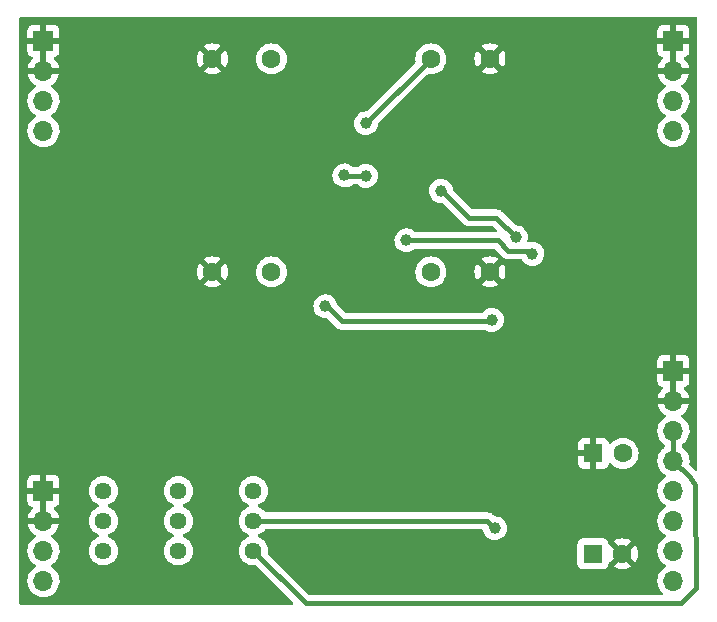
<source format=gbl>
G04 #@! TF.GenerationSoftware,KiCad,Pcbnew,6.0.5-2.fc35*
G04 #@! TF.CreationDate,2022-05-29T07:31:37-04:00*
G04 #@! TF.ProjectId,SSI2140_LPF_plug_in_board,53534932-3134-4305-9f4c-50465f706c75,0*
G04 #@! TF.SameCoordinates,Original*
G04 #@! TF.FileFunction,Copper,L2,Bot*
G04 #@! TF.FilePolarity,Positive*
%FSLAX46Y46*%
G04 Gerber Fmt 4.6, Leading zero omitted, Abs format (unit mm)*
G04 Created by KiCad (PCBNEW 6.0.5-2.fc35) date 2022-05-29 07:31:37*
%MOMM*%
%LPD*%
G01*
G04 APERTURE LIST*
G04 #@! TA.AperFunction,ComponentPad*
%ADD10C,1.600000*%
G04 #@! TD*
G04 #@! TA.AperFunction,ComponentPad*
%ADD11R,1.600000X1.600000*%
G04 #@! TD*
G04 #@! TA.AperFunction,ComponentPad*
%ADD12C,1.440000*%
G04 #@! TD*
G04 #@! TA.AperFunction,ComponentPad*
%ADD13R,1.700000X1.700000*%
G04 #@! TD*
G04 #@! TA.AperFunction,ComponentPad*
%ADD14O,1.700000X1.700000*%
G04 #@! TD*
G04 #@! TA.AperFunction,ViaPad*
%ADD15C,1.000000*%
G04 #@! TD*
G04 #@! TA.AperFunction,Conductor*
%ADD16C,0.400000*%
G04 #@! TD*
G04 APERTURE END LIST*
D10*
X113284000Y-88138000D03*
X108284000Y-88138000D03*
X113284000Y-70104000D03*
X108284000Y-70104000D03*
D11*
X140549621Y-103505000D03*
D10*
X143049621Y-103505000D03*
D12*
X99060000Y-106680000D03*
X99060000Y-109220000D03*
X99060000Y-111760000D03*
X111760000Y-106680000D03*
X111760000Y-109220000D03*
X111760000Y-111760000D03*
D10*
X126786000Y-70104000D03*
X131786000Y-70104000D03*
D11*
X140502000Y-112014000D03*
D10*
X143002000Y-112014000D03*
X126786000Y-88138000D03*
X131786000Y-88138000D03*
D12*
X105410000Y-106680000D03*
X105410000Y-109220000D03*
X105410000Y-111760000D03*
D13*
X93980000Y-68580000D03*
D14*
X93980000Y-71120000D03*
X93980000Y-73660000D03*
X93980000Y-76200000D03*
D13*
X93980000Y-106680000D03*
D14*
X93980000Y-109220000D03*
X93980000Y-111760000D03*
X93980000Y-114300000D03*
D13*
X147320000Y-68580000D03*
D14*
X147320000Y-71120000D03*
X147320000Y-73660000D03*
X147320000Y-76200000D03*
D13*
X147320000Y-96520000D03*
D14*
X147320000Y-99060000D03*
X147320000Y-101600000D03*
X147320000Y-104140000D03*
X147320000Y-106680000D03*
X147320000Y-109220000D03*
X147320000Y-111760000D03*
X147320000Y-114300000D03*
D15*
X132461000Y-82042000D03*
X123444000Y-111252000D03*
X123444000Y-90297000D03*
X116459000Y-100584000D03*
X106680000Y-78359000D03*
X116586000Y-89916000D03*
X115189000Y-95504000D03*
X132461000Y-113284000D03*
X115697000Y-81026000D03*
X100330000Y-98679000D03*
X132461000Y-98171000D03*
X125349000Y-99695000D03*
X121285000Y-80010000D03*
X119462458Y-79979747D03*
X121285000Y-75565000D03*
X132207000Y-109855000D03*
X124714000Y-85471000D03*
X135382000Y-86614000D03*
X127635000Y-81280000D03*
X133985000Y-85217000D03*
X131953000Y-92202000D03*
X117856000Y-91059000D03*
D16*
X119492711Y-80010000D02*
X119462458Y-79979747D01*
X121285000Y-80010000D02*
X119492711Y-80010000D01*
X121325000Y-75565000D02*
X126786000Y-70104000D01*
X121285000Y-75565000D02*
X121325000Y-75565000D01*
X131572000Y-109220000D02*
X132207000Y-109855000D01*
X111760000Y-109220000D02*
X131572000Y-109220000D01*
X132461000Y-85471000D02*
X124714000Y-85471000D01*
X133350000Y-86360000D02*
X132461000Y-85471000D01*
X135128000Y-86360000D02*
X133350000Y-86360000D01*
X135382000Y-86614000D02*
X135128000Y-86360000D01*
X149225000Y-114935000D02*
X149148800Y-106146600D01*
X149148800Y-106146600D02*
X148717000Y-105537000D01*
X111760000Y-111760000D02*
X116205000Y-116205000D01*
X148717000Y-105537000D02*
X147320000Y-104140000D01*
X147955000Y-116205000D02*
X149225000Y-114935000D01*
X147320000Y-104140000D02*
X147320000Y-101600000D01*
X116205000Y-116205000D02*
X147955000Y-116205000D01*
X130048000Y-83566000D02*
X132334000Y-83566000D01*
X132334000Y-83566000D02*
X133985000Y-85217000D01*
X127635000Y-81280000D02*
X127762000Y-81280000D01*
X127762000Y-81280000D02*
X130048000Y-83566000D01*
X117856000Y-91059000D02*
X117983000Y-91059000D01*
X117983000Y-91059000D02*
X119253000Y-92329000D01*
X131826000Y-92329000D02*
X131953000Y-92202000D01*
X119253000Y-92329000D02*
X131826000Y-92329000D01*
G04 #@! TA.AperFunction,Conductor*
G36*
X149293621Y-66568502D02*
G01*
X149340114Y-66622158D01*
X149351500Y-66674500D01*
X149351500Y-104865340D01*
X149331498Y-104933461D01*
X149277842Y-104979954D01*
X149207568Y-104990058D01*
X149142988Y-104960564D01*
X149136405Y-104954435D01*
X148691383Y-104509413D01*
X148657357Y-104447101D01*
X148655556Y-104403871D01*
X148681092Y-104209908D01*
X148681529Y-104206590D01*
X148681611Y-104203240D01*
X148683074Y-104143365D01*
X148683074Y-104143361D01*
X148683156Y-104140000D01*
X148664852Y-103917361D01*
X148610431Y-103700702D01*
X148521354Y-103495840D01*
X148400014Y-103308277D01*
X148249670Y-103143051D01*
X148245619Y-103139852D01*
X148245615Y-103139848D01*
X148076408Y-103006216D01*
X148035345Y-102948298D01*
X148028500Y-102907334D01*
X148028500Y-102828297D01*
X148048502Y-102760176D01*
X148081332Y-102725718D01*
X148195656Y-102644172D01*
X148195659Y-102644170D01*
X148199860Y-102641173D01*
X148209732Y-102631336D01*
X148354435Y-102487137D01*
X148358096Y-102483489D01*
X148381190Y-102451351D01*
X148485435Y-102306277D01*
X148488453Y-102302077D01*
X148502805Y-102273039D01*
X148585136Y-102106453D01*
X148585137Y-102106451D01*
X148587430Y-102101811D01*
X148652370Y-101888069D01*
X148681529Y-101666590D01*
X148683156Y-101600000D01*
X148664852Y-101377361D01*
X148610431Y-101160702D01*
X148521354Y-100955840D01*
X148400014Y-100768277D01*
X148249670Y-100603051D01*
X148245619Y-100599852D01*
X148245615Y-100599848D01*
X148078414Y-100467800D01*
X148078410Y-100467798D01*
X148074359Y-100464598D01*
X148032569Y-100441529D01*
X147982598Y-100391097D01*
X147967826Y-100321654D01*
X147992942Y-100255248D01*
X148020294Y-100228641D01*
X148195328Y-100103792D01*
X148203200Y-100097139D01*
X148354052Y-99946812D01*
X148360730Y-99938965D01*
X148485003Y-99766020D01*
X148490313Y-99757183D01*
X148584670Y-99566267D01*
X148588469Y-99556672D01*
X148650377Y-99352910D01*
X148652555Y-99342837D01*
X148653986Y-99331962D01*
X148651775Y-99317778D01*
X148638617Y-99314000D01*
X146003225Y-99314000D01*
X145989694Y-99317973D01*
X145988257Y-99327966D01*
X146018565Y-99462446D01*
X146021645Y-99472275D01*
X146101770Y-99669603D01*
X146106413Y-99678794D01*
X146217694Y-99860388D01*
X146223777Y-99868699D01*
X146363213Y-100029667D01*
X146370580Y-100036883D01*
X146534434Y-100172916D01*
X146542881Y-100178831D01*
X146611969Y-100219203D01*
X146660693Y-100270842D01*
X146673764Y-100340625D01*
X146647033Y-100406396D01*
X146606584Y-100439752D01*
X146593607Y-100446507D01*
X146589474Y-100449610D01*
X146589471Y-100449612D01*
X146565247Y-100467800D01*
X146414965Y-100580635D01*
X146260629Y-100742138D01*
X146134743Y-100926680D01*
X146040688Y-101129305D01*
X145980989Y-101344570D01*
X145957251Y-101566695D01*
X145957548Y-101571848D01*
X145957548Y-101571851D01*
X145963011Y-101666590D01*
X145970110Y-101789715D01*
X145971247Y-101794761D01*
X145971248Y-101794767D01*
X145991119Y-101882939D01*
X146019222Y-102007639D01*
X146057461Y-102101811D01*
X146098507Y-102202895D01*
X146103266Y-102214616D01*
X146136772Y-102269293D01*
X146198874Y-102370634D01*
X146219987Y-102405088D01*
X146366250Y-102573938D01*
X146538126Y-102716632D01*
X146549070Y-102723027D01*
X146597793Y-102774664D01*
X146611500Y-102831815D01*
X146611500Y-102910114D01*
X146591498Y-102978235D01*
X146561153Y-103010874D01*
X146501375Y-103055757D01*
X146414965Y-103120635D01*
X146411393Y-103124373D01*
X146293134Y-103248124D01*
X146260629Y-103282138D01*
X146134743Y-103466680D01*
X146040688Y-103669305D01*
X145980989Y-103884570D01*
X145957251Y-104106695D01*
X145957548Y-104111848D01*
X145957548Y-104111851D01*
X145963011Y-104206590D01*
X145970110Y-104329715D01*
X145971247Y-104334761D01*
X145971248Y-104334767D01*
X145989377Y-104415207D01*
X146019222Y-104547639D01*
X146103266Y-104754616D01*
X146133209Y-104803478D01*
X146171118Y-104865340D01*
X146219987Y-104945088D01*
X146366250Y-105113938D01*
X146538126Y-105256632D01*
X146608595Y-105297811D01*
X146611445Y-105299476D01*
X146660169Y-105351114D01*
X146673240Y-105420897D01*
X146646509Y-105486669D01*
X146606055Y-105520027D01*
X146593607Y-105526507D01*
X146589474Y-105529610D01*
X146589471Y-105529612D01*
X146419100Y-105657530D01*
X146414965Y-105660635D01*
X146260629Y-105822138D01*
X146257715Y-105826410D01*
X146257714Y-105826411D01*
X146213088Y-105891831D01*
X146134743Y-106006680D01*
X146040688Y-106209305D01*
X145980989Y-106424570D01*
X145957251Y-106646695D01*
X145957548Y-106651848D01*
X145957548Y-106651851D01*
X145959171Y-106680000D01*
X145970110Y-106869715D01*
X145971247Y-106874761D01*
X145971248Y-106874767D01*
X145985606Y-106938475D01*
X146019222Y-107087639D01*
X146103266Y-107294616D01*
X146219987Y-107485088D01*
X146366250Y-107653938D01*
X146538126Y-107796632D01*
X146605163Y-107835805D01*
X146611445Y-107839476D01*
X146660169Y-107891114D01*
X146673240Y-107960897D01*
X146646509Y-108026669D01*
X146606055Y-108060027D01*
X146593607Y-108066507D01*
X146589474Y-108069610D01*
X146589471Y-108069612D01*
X146419100Y-108197530D01*
X146414965Y-108200635D01*
X146260629Y-108362138D01*
X146257715Y-108366410D01*
X146257714Y-108366411D01*
X146213091Y-108431826D01*
X146134743Y-108546680D01*
X146114166Y-108591010D01*
X146065738Y-108695340D01*
X146040688Y-108749305D01*
X145980989Y-108964570D01*
X145957251Y-109186695D01*
X145957548Y-109191848D01*
X145957548Y-109191851D01*
X145969812Y-109404547D01*
X145970110Y-109409715D01*
X145971247Y-109414761D01*
X145971248Y-109414767D01*
X145984597Y-109474000D01*
X146019222Y-109627639D01*
X146103266Y-109834616D01*
X146135244Y-109886799D01*
X146205936Y-110002158D01*
X146219987Y-110025088D01*
X146366250Y-110193938D01*
X146538126Y-110336632D01*
X146605163Y-110375805D01*
X146611445Y-110379476D01*
X146660169Y-110431114D01*
X146673240Y-110500897D01*
X146646509Y-110566669D01*
X146606055Y-110600027D01*
X146593607Y-110606507D01*
X146589474Y-110609610D01*
X146589471Y-110609612D01*
X146439285Y-110722375D01*
X146414965Y-110740635D01*
X146260629Y-110902138D01*
X146257715Y-110906410D01*
X146257714Y-110906411D01*
X146213088Y-110971831D01*
X146134743Y-111086680D01*
X146040688Y-111289305D01*
X145980989Y-111504570D01*
X145957251Y-111726695D01*
X145957548Y-111731848D01*
X145957548Y-111731851D01*
X145963011Y-111826590D01*
X145970110Y-111949715D01*
X145971247Y-111954761D01*
X145971248Y-111954767D01*
X145985831Y-112019475D01*
X146019222Y-112167639D01*
X146103266Y-112374616D01*
X146219987Y-112565088D01*
X146366250Y-112733938D01*
X146538126Y-112876632D01*
X146606284Y-112916460D01*
X146611445Y-112919476D01*
X146660169Y-112971114D01*
X146673240Y-113040897D01*
X146646509Y-113106669D01*
X146606055Y-113140027D01*
X146593607Y-113146507D01*
X146589474Y-113149610D01*
X146589471Y-113149612D01*
X146419100Y-113277530D01*
X146414965Y-113280635D01*
X146260629Y-113442138D01*
X146134743Y-113626680D01*
X146040688Y-113829305D01*
X145980989Y-114044570D01*
X145957251Y-114266695D01*
X145957548Y-114271848D01*
X145957548Y-114271851D01*
X145963011Y-114366590D01*
X145970110Y-114489715D01*
X145971247Y-114494761D01*
X145971248Y-114494767D01*
X145991119Y-114582939D01*
X146019222Y-114707639D01*
X146103266Y-114914616D01*
X146219987Y-115105088D01*
X146366250Y-115273938D01*
X146370236Y-115277247D01*
X146373532Y-115280475D01*
X146408208Y-115342428D01*
X146403886Y-115413293D01*
X146361937Y-115470571D01*
X146295681Y-115496078D01*
X146285375Y-115496500D01*
X116550660Y-115496500D01*
X116482539Y-115476498D01*
X116461565Y-115459595D01*
X113864104Y-112862134D01*
X139193500Y-112862134D01*
X139200255Y-112924316D01*
X139251385Y-113060705D01*
X139338739Y-113177261D01*
X139455295Y-113264615D01*
X139591684Y-113315745D01*
X139653866Y-113322500D01*
X141350134Y-113322500D01*
X141412316Y-113315745D01*
X141548705Y-113264615D01*
X141665261Y-113177261D01*
X141723119Y-113100062D01*
X142280493Y-113100062D01*
X142289789Y-113112077D01*
X142340994Y-113147931D01*
X142350489Y-113153414D01*
X142547947Y-113245490D01*
X142558239Y-113249236D01*
X142768688Y-113305625D01*
X142779481Y-113307528D01*
X142996525Y-113326517D01*
X143007475Y-113326517D01*
X143224519Y-113307528D01*
X143235312Y-113305625D01*
X143445761Y-113249236D01*
X143456053Y-113245490D01*
X143653511Y-113153414D01*
X143663006Y-113147931D01*
X143715048Y-113111491D01*
X143723424Y-113101012D01*
X143716356Y-113087566D01*
X143014812Y-112386022D01*
X143000868Y-112378408D01*
X142999035Y-112378539D01*
X142992420Y-112382790D01*
X142286923Y-113088287D01*
X142280493Y-113100062D01*
X141723119Y-113100062D01*
X141752615Y-113060705D01*
X141803745Y-112924316D01*
X141810500Y-112862134D01*
X141810500Y-112858815D01*
X141834153Y-112791890D01*
X141880156Y-112756196D01*
X141879141Y-112754266D01*
X141890000Y-112748558D01*
X141890245Y-112748368D01*
X141890403Y-112748347D01*
X141928434Y-112728356D01*
X142629978Y-112026812D01*
X142636356Y-112015132D01*
X143366408Y-112015132D01*
X143366539Y-112016965D01*
X143370790Y-112023580D01*
X144076287Y-112729077D01*
X144088062Y-112735507D01*
X144100077Y-112726211D01*
X144135931Y-112675006D01*
X144141414Y-112665511D01*
X144233490Y-112468053D01*
X144237236Y-112457761D01*
X144293625Y-112247312D01*
X144295528Y-112236519D01*
X144314517Y-112019475D01*
X144314517Y-112008525D01*
X144295528Y-111791481D01*
X144293625Y-111780688D01*
X144237236Y-111570239D01*
X144233490Y-111559947D01*
X144141414Y-111362489D01*
X144135931Y-111352994D01*
X144099491Y-111300952D01*
X144089012Y-111292576D01*
X144075566Y-111299644D01*
X143374022Y-112001188D01*
X143366408Y-112015132D01*
X142636356Y-112015132D01*
X142637592Y-112012868D01*
X142637461Y-112011035D01*
X142633210Y-112004420D01*
X141927713Y-111298923D01*
X141885971Y-111276129D01*
X141875971Y-111273953D01*
X141825773Y-111223747D01*
X141810549Y-111170186D01*
X141810500Y-111169281D01*
X141810500Y-111165866D01*
X141803745Y-111103684D01*
X141752615Y-110967295D01*
X141722407Y-110926988D01*
X142280576Y-110926988D01*
X142287644Y-110940434D01*
X142989188Y-111641978D01*
X143003132Y-111649592D01*
X143004965Y-111649461D01*
X143011580Y-111645210D01*
X143717077Y-110939713D01*
X143723507Y-110927938D01*
X143714211Y-110915923D01*
X143663006Y-110880069D01*
X143653511Y-110874586D01*
X143456053Y-110782510D01*
X143445761Y-110778764D01*
X143235312Y-110722375D01*
X143224519Y-110720472D01*
X143007475Y-110701483D01*
X142996525Y-110701483D01*
X142779481Y-110720472D01*
X142768688Y-110722375D01*
X142558239Y-110778764D01*
X142547947Y-110782510D01*
X142350489Y-110874586D01*
X142340994Y-110880069D01*
X142288952Y-110916509D01*
X142280576Y-110926988D01*
X141722407Y-110926988D01*
X141665261Y-110850739D01*
X141548705Y-110763385D01*
X141412316Y-110712255D01*
X141350134Y-110705500D01*
X139653866Y-110705500D01*
X139591684Y-110712255D01*
X139455295Y-110763385D01*
X139338739Y-110850739D01*
X139251385Y-110967295D01*
X139200255Y-111103684D01*
X139193500Y-111165866D01*
X139193500Y-112862134D01*
X113864104Y-112862134D01*
X113016138Y-112014168D01*
X112982112Y-111951856D01*
X112979712Y-111914092D01*
X112992714Y-111765476D01*
X112992714Y-111765475D01*
X112993193Y-111760000D01*
X112974458Y-111545858D01*
X112972181Y-111537361D01*
X112920245Y-111343533D01*
X112920244Y-111343531D01*
X112918822Y-111338223D01*
X112898339Y-111294297D01*
X112830299Y-111148385D01*
X112830297Y-111148382D01*
X112827976Y-111143404D01*
X112704681Y-110967319D01*
X112552681Y-110815319D01*
X112376597Y-110692024D01*
X112371619Y-110689703D01*
X112371616Y-110689701D01*
X112188247Y-110604195D01*
X112134962Y-110557278D01*
X112115501Y-110489000D01*
X112136043Y-110421041D01*
X112188247Y-110375805D01*
X112371616Y-110290299D01*
X112371619Y-110290297D01*
X112376597Y-110287976D01*
X112552681Y-110164681D01*
X112704681Y-110012681D01*
X112726004Y-109982228D01*
X112781460Y-109937901D01*
X112829216Y-109928500D01*
X131085815Y-109928500D01*
X131153936Y-109948502D01*
X131200429Y-110002158D01*
X131209745Y-110031753D01*
X131209752Y-110031793D01*
X131210268Y-110037934D01*
X131211967Y-110043858D01*
X131211967Y-110043860D01*
X131255002Y-110193938D01*
X131264783Y-110228050D01*
X131267602Y-110233535D01*
X131342466Y-110379203D01*
X131355187Y-110403956D01*
X131478035Y-110558953D01*
X131482728Y-110562947D01*
X131482729Y-110562948D01*
X131486781Y-110566396D01*
X131628650Y-110687136D01*
X131801294Y-110783624D01*
X131989392Y-110844740D01*
X132185777Y-110868158D01*
X132191912Y-110867686D01*
X132191914Y-110867686D01*
X132376830Y-110853457D01*
X132376834Y-110853456D01*
X132382972Y-110852984D01*
X132573463Y-110799798D01*
X132578967Y-110797018D01*
X132578969Y-110797017D01*
X132744495Y-110713404D01*
X132744497Y-110713403D01*
X132749996Y-110710625D01*
X132905847Y-110588861D01*
X133035078Y-110439145D01*
X133132769Y-110267179D01*
X133195197Y-110079513D01*
X133219985Y-109883295D01*
X133220380Y-109855000D01*
X133201080Y-109658167D01*
X133194529Y-109636467D01*
X133154183Y-109502837D01*
X133143916Y-109468831D01*
X133051066Y-109294204D01*
X132959197Y-109181562D01*
X132929960Y-109145713D01*
X132929957Y-109145710D01*
X132926065Y-109140938D01*
X132921316Y-109137009D01*
X132778425Y-109018799D01*
X132778421Y-109018797D01*
X132773675Y-109014870D01*
X132599701Y-108920802D01*
X132410768Y-108862318D01*
X132404643Y-108861674D01*
X132404642Y-108861674D01*
X132341084Y-108854994D01*
X132237820Y-108844141D01*
X132172164Y-108817128D01*
X132161896Y-108807926D01*
X132093442Y-108739472D01*
X132087588Y-108733206D01*
X132054556Y-108695340D01*
X132054553Y-108695337D01*
X132049561Y-108689615D01*
X131997280Y-108652871D01*
X131991986Y-108648939D01*
X131947693Y-108614209D01*
X131941718Y-108609524D01*
X131934802Y-108606401D01*
X131932516Y-108605017D01*
X131917835Y-108596643D01*
X131915475Y-108595378D01*
X131909261Y-108591010D01*
X131902182Y-108588250D01*
X131902180Y-108588249D01*
X131849725Y-108567798D01*
X131843656Y-108565247D01*
X131785427Y-108538955D01*
X131777960Y-108537571D01*
X131775405Y-108536770D01*
X131759152Y-108532141D01*
X131756572Y-108531478D01*
X131749491Y-108528718D01*
X131741960Y-108527727D01*
X131741958Y-108527726D01*
X131712339Y-108523827D01*
X131686139Y-108520378D01*
X131679641Y-108519348D01*
X131616814Y-108507704D01*
X131609234Y-108508141D01*
X131609233Y-108508141D01*
X131554608Y-108511291D01*
X131547354Y-108511500D01*
X112829216Y-108511500D01*
X112761095Y-108491498D01*
X112726005Y-108457773D01*
X112704681Y-108427319D01*
X112552681Y-108275319D01*
X112376597Y-108152024D01*
X112371619Y-108149703D01*
X112371616Y-108149701D01*
X112188247Y-108064195D01*
X112134962Y-108017278D01*
X112115501Y-107949000D01*
X112136043Y-107881041D01*
X112188247Y-107835805D01*
X112371616Y-107750299D01*
X112371619Y-107750297D01*
X112376597Y-107747976D01*
X112552681Y-107624681D01*
X112704681Y-107472681D01*
X112827976Y-107296596D01*
X112918822Y-107101777D01*
X112962207Y-106939865D01*
X112973034Y-106899457D01*
X112973034Y-106899455D01*
X112974458Y-106894142D01*
X112993193Y-106680000D01*
X112974458Y-106465858D01*
X112963330Y-106424329D01*
X112920245Y-106263533D01*
X112920244Y-106263531D01*
X112918822Y-106258223D01*
X112827976Y-106063404D01*
X112704681Y-105887319D01*
X112552681Y-105735319D01*
X112376597Y-105612024D01*
X112371619Y-105609703D01*
X112371616Y-105609701D01*
X112186759Y-105523501D01*
X112186758Y-105523500D01*
X112181777Y-105521178D01*
X112176469Y-105519756D01*
X112176467Y-105519755D01*
X111979457Y-105466966D01*
X111979455Y-105466966D01*
X111974142Y-105465542D01*
X111760000Y-105446807D01*
X111545858Y-105465542D01*
X111540545Y-105466966D01*
X111540543Y-105466966D01*
X111343533Y-105519755D01*
X111343531Y-105519756D01*
X111338223Y-105521178D01*
X111333243Y-105523500D01*
X111333241Y-105523501D01*
X111148385Y-105609701D01*
X111148382Y-105609703D01*
X111143404Y-105612024D01*
X110967319Y-105735319D01*
X110815319Y-105887319D01*
X110692024Y-106063404D01*
X110601178Y-106258223D01*
X110599756Y-106263531D01*
X110599755Y-106263533D01*
X110556670Y-106424329D01*
X110545542Y-106465858D01*
X110526807Y-106680000D01*
X110545542Y-106894142D01*
X110546966Y-106899455D01*
X110546966Y-106899457D01*
X110557794Y-106939865D01*
X110601178Y-107101777D01*
X110692024Y-107296596D01*
X110815319Y-107472681D01*
X110967319Y-107624681D01*
X111143403Y-107747976D01*
X111148381Y-107750297D01*
X111148384Y-107750299D01*
X111331753Y-107835805D01*
X111385038Y-107882722D01*
X111404499Y-107951000D01*
X111383957Y-108018959D01*
X111331753Y-108064195D01*
X111148385Y-108149701D01*
X111148382Y-108149703D01*
X111143404Y-108152024D01*
X110967319Y-108275319D01*
X110815319Y-108427319D01*
X110692024Y-108603404D01*
X110689703Y-108608382D01*
X110689701Y-108608385D01*
X110623989Y-108749305D01*
X110601178Y-108798223D01*
X110599756Y-108803531D01*
X110599755Y-108803533D01*
X110556670Y-108964329D01*
X110545542Y-109005858D01*
X110526807Y-109220000D01*
X110545542Y-109434142D01*
X110546966Y-109439455D01*
X110546966Y-109439457D01*
X110557287Y-109477973D01*
X110601178Y-109641777D01*
X110603500Y-109646757D01*
X110603501Y-109646759D01*
X110640577Y-109726267D01*
X110692024Y-109836596D01*
X110815319Y-110012681D01*
X110967319Y-110164681D01*
X111143403Y-110287976D01*
X111148381Y-110290297D01*
X111148384Y-110290299D01*
X111331753Y-110375805D01*
X111385038Y-110422722D01*
X111404499Y-110491000D01*
X111383957Y-110558959D01*
X111331753Y-110604195D01*
X111148385Y-110689701D01*
X111148382Y-110689703D01*
X111143404Y-110692024D01*
X110967319Y-110815319D01*
X110815319Y-110967319D01*
X110692024Y-111143404D01*
X110689703Y-111148382D01*
X110689701Y-111148385D01*
X110621661Y-111294297D01*
X110601178Y-111338223D01*
X110599756Y-111343531D01*
X110599755Y-111343533D01*
X110547819Y-111537361D01*
X110545542Y-111545858D01*
X110526807Y-111760000D01*
X110545542Y-111974142D01*
X110546966Y-111979455D01*
X110546966Y-111979457D01*
X110555428Y-112011035D01*
X110601178Y-112181777D01*
X110603500Y-112186757D01*
X110603501Y-112186759D01*
X110638499Y-112261811D01*
X110692024Y-112376596D01*
X110815319Y-112552681D01*
X110967319Y-112704681D01*
X111143403Y-112827976D01*
X111148381Y-112830297D01*
X111148384Y-112830299D01*
X111333241Y-112916499D01*
X111338223Y-112918822D01*
X111343531Y-112920244D01*
X111343533Y-112920245D01*
X111540543Y-112973034D01*
X111540545Y-112973034D01*
X111545858Y-112974458D01*
X111760000Y-112993193D01*
X111765475Y-112992714D01*
X111765476Y-112992714D01*
X111914092Y-112979712D01*
X111983696Y-112993701D01*
X112014168Y-113016138D01*
X115114434Y-116116405D01*
X115148460Y-116178717D01*
X115143395Y-116249533D01*
X115100848Y-116306368D01*
X115034328Y-116331179D01*
X115025339Y-116331500D01*
X92074500Y-116331500D01*
X92006379Y-116311498D01*
X91959886Y-116257842D01*
X91948500Y-116205500D01*
X91948500Y-114266695D01*
X92617251Y-114266695D01*
X92617548Y-114271848D01*
X92617548Y-114271851D01*
X92623011Y-114366590D01*
X92630110Y-114489715D01*
X92631247Y-114494761D01*
X92631248Y-114494767D01*
X92651119Y-114582939D01*
X92679222Y-114707639D01*
X92763266Y-114914616D01*
X92879987Y-115105088D01*
X93026250Y-115273938D01*
X93198126Y-115416632D01*
X93391000Y-115529338D01*
X93599692Y-115609030D01*
X93604760Y-115610061D01*
X93604763Y-115610062D01*
X93712017Y-115631883D01*
X93818597Y-115653567D01*
X93823772Y-115653757D01*
X93823774Y-115653757D01*
X94036673Y-115661564D01*
X94036677Y-115661564D01*
X94041837Y-115661753D01*
X94046957Y-115661097D01*
X94046959Y-115661097D01*
X94258288Y-115634025D01*
X94258289Y-115634025D01*
X94263416Y-115633368D01*
X94268366Y-115631883D01*
X94472429Y-115570661D01*
X94472434Y-115570659D01*
X94477384Y-115569174D01*
X94677994Y-115470896D01*
X94859860Y-115341173D01*
X94920771Y-115280475D01*
X95014435Y-115187137D01*
X95018096Y-115183489D01*
X95077594Y-115100689D01*
X95145435Y-115006277D01*
X95148453Y-115002077D01*
X95247430Y-114801811D01*
X95312370Y-114588069D01*
X95341529Y-114366590D01*
X95343156Y-114300000D01*
X95324852Y-114077361D01*
X95270431Y-113860702D01*
X95181354Y-113655840D01*
X95060014Y-113468277D01*
X94909670Y-113303051D01*
X94905619Y-113299852D01*
X94905615Y-113299848D01*
X94738414Y-113167800D01*
X94738410Y-113167798D01*
X94734359Y-113164598D01*
X94693053Y-113141796D01*
X94643084Y-113091364D01*
X94628312Y-113021921D01*
X94653428Y-112955516D01*
X94680780Y-112928909D01*
X94724603Y-112897650D01*
X94859860Y-112801173D01*
X94869176Y-112791890D01*
X95014435Y-112647137D01*
X95018096Y-112643489D01*
X95077594Y-112560689D01*
X95145435Y-112466277D01*
X95148453Y-112462077D01*
X95186042Y-112386022D01*
X95245136Y-112266453D01*
X95245137Y-112266451D01*
X95247430Y-112261811D01*
X95312370Y-112048069D01*
X95341529Y-111826590D01*
X95343156Y-111760000D01*
X97826807Y-111760000D01*
X97845542Y-111974142D01*
X97846966Y-111979455D01*
X97846966Y-111979457D01*
X97855428Y-112011035D01*
X97901178Y-112181777D01*
X97903500Y-112186757D01*
X97903501Y-112186759D01*
X97938499Y-112261811D01*
X97992024Y-112376596D01*
X98115319Y-112552681D01*
X98267319Y-112704681D01*
X98443403Y-112827976D01*
X98448381Y-112830297D01*
X98448384Y-112830299D01*
X98633241Y-112916499D01*
X98638223Y-112918822D01*
X98643531Y-112920244D01*
X98643533Y-112920245D01*
X98840543Y-112973034D01*
X98840545Y-112973034D01*
X98845858Y-112974458D01*
X99060000Y-112993193D01*
X99274142Y-112974458D01*
X99279455Y-112973034D01*
X99279457Y-112973034D01*
X99476467Y-112920245D01*
X99476469Y-112920244D01*
X99481777Y-112918822D01*
X99486759Y-112916499D01*
X99671616Y-112830299D01*
X99671619Y-112830297D01*
X99676597Y-112827976D01*
X99852681Y-112704681D01*
X100004681Y-112552681D01*
X100127976Y-112376596D01*
X100181502Y-112261811D01*
X100216499Y-112186759D01*
X100216500Y-112186757D01*
X100218822Y-112181777D01*
X100264573Y-112011035D01*
X100273034Y-111979457D01*
X100273034Y-111979455D01*
X100274458Y-111974142D01*
X100293193Y-111760000D01*
X104176807Y-111760000D01*
X104195542Y-111974142D01*
X104196966Y-111979455D01*
X104196966Y-111979457D01*
X104205428Y-112011035D01*
X104251178Y-112181777D01*
X104253500Y-112186757D01*
X104253501Y-112186759D01*
X104288499Y-112261811D01*
X104342024Y-112376596D01*
X104465319Y-112552681D01*
X104617319Y-112704681D01*
X104793403Y-112827976D01*
X104798381Y-112830297D01*
X104798384Y-112830299D01*
X104983241Y-112916499D01*
X104988223Y-112918822D01*
X104993531Y-112920244D01*
X104993533Y-112920245D01*
X105190543Y-112973034D01*
X105190545Y-112973034D01*
X105195858Y-112974458D01*
X105410000Y-112993193D01*
X105624142Y-112974458D01*
X105629455Y-112973034D01*
X105629457Y-112973034D01*
X105826467Y-112920245D01*
X105826469Y-112920244D01*
X105831777Y-112918822D01*
X105836759Y-112916499D01*
X106021616Y-112830299D01*
X106021619Y-112830297D01*
X106026597Y-112827976D01*
X106202681Y-112704681D01*
X106354681Y-112552681D01*
X106477976Y-112376596D01*
X106531502Y-112261811D01*
X106566499Y-112186759D01*
X106566500Y-112186757D01*
X106568822Y-112181777D01*
X106614573Y-112011035D01*
X106623034Y-111979457D01*
X106623034Y-111979455D01*
X106624458Y-111974142D01*
X106643193Y-111760000D01*
X106624458Y-111545858D01*
X106622181Y-111537361D01*
X106570245Y-111343533D01*
X106570244Y-111343531D01*
X106568822Y-111338223D01*
X106548339Y-111294297D01*
X106480299Y-111148385D01*
X106480297Y-111148382D01*
X106477976Y-111143404D01*
X106354681Y-110967319D01*
X106202681Y-110815319D01*
X106026597Y-110692024D01*
X106021619Y-110689703D01*
X106021616Y-110689701D01*
X105838247Y-110604195D01*
X105784962Y-110557278D01*
X105765501Y-110489000D01*
X105786043Y-110421041D01*
X105838247Y-110375805D01*
X106021616Y-110290299D01*
X106021619Y-110290297D01*
X106026597Y-110287976D01*
X106202681Y-110164681D01*
X106354681Y-110012681D01*
X106477976Y-109836596D01*
X106529424Y-109726267D01*
X106566499Y-109646759D01*
X106566500Y-109646757D01*
X106568822Y-109641777D01*
X106612714Y-109477973D01*
X106623034Y-109439457D01*
X106623034Y-109439455D01*
X106624458Y-109434142D01*
X106643193Y-109220000D01*
X106624458Y-109005858D01*
X106613330Y-108964329D01*
X106570245Y-108803533D01*
X106570244Y-108803531D01*
X106568822Y-108798223D01*
X106546011Y-108749305D01*
X106480299Y-108608385D01*
X106480297Y-108608382D01*
X106477976Y-108603404D01*
X106354681Y-108427319D01*
X106202681Y-108275319D01*
X106026597Y-108152024D01*
X106021619Y-108149703D01*
X106021616Y-108149701D01*
X105838247Y-108064195D01*
X105784962Y-108017278D01*
X105765501Y-107949000D01*
X105786043Y-107881041D01*
X105838247Y-107835805D01*
X106021616Y-107750299D01*
X106021619Y-107750297D01*
X106026597Y-107747976D01*
X106202681Y-107624681D01*
X106354681Y-107472681D01*
X106477976Y-107296596D01*
X106568822Y-107101777D01*
X106612207Y-106939865D01*
X106623034Y-106899457D01*
X106623034Y-106899455D01*
X106624458Y-106894142D01*
X106643193Y-106680000D01*
X106624458Y-106465858D01*
X106613330Y-106424329D01*
X106570245Y-106263533D01*
X106570244Y-106263531D01*
X106568822Y-106258223D01*
X106477976Y-106063404D01*
X106354681Y-105887319D01*
X106202681Y-105735319D01*
X106026597Y-105612024D01*
X106021619Y-105609703D01*
X106021616Y-105609701D01*
X105836759Y-105523501D01*
X105836758Y-105523500D01*
X105831777Y-105521178D01*
X105826469Y-105519756D01*
X105826467Y-105519755D01*
X105629457Y-105466966D01*
X105629455Y-105466966D01*
X105624142Y-105465542D01*
X105410000Y-105446807D01*
X105195858Y-105465542D01*
X105190545Y-105466966D01*
X105190543Y-105466966D01*
X104993533Y-105519755D01*
X104993531Y-105519756D01*
X104988223Y-105521178D01*
X104983243Y-105523500D01*
X104983241Y-105523501D01*
X104798385Y-105609701D01*
X104798382Y-105609703D01*
X104793404Y-105612024D01*
X104617319Y-105735319D01*
X104465319Y-105887319D01*
X104342024Y-106063404D01*
X104251178Y-106258223D01*
X104249756Y-106263531D01*
X104249755Y-106263533D01*
X104206670Y-106424329D01*
X104195542Y-106465858D01*
X104176807Y-106680000D01*
X104195542Y-106894142D01*
X104196966Y-106899455D01*
X104196966Y-106899457D01*
X104207794Y-106939865D01*
X104251178Y-107101777D01*
X104342024Y-107296596D01*
X104465319Y-107472681D01*
X104617319Y-107624681D01*
X104793403Y-107747976D01*
X104798381Y-107750297D01*
X104798384Y-107750299D01*
X104981753Y-107835805D01*
X105035038Y-107882722D01*
X105054499Y-107951000D01*
X105033957Y-108018959D01*
X104981753Y-108064195D01*
X104798385Y-108149701D01*
X104798382Y-108149703D01*
X104793404Y-108152024D01*
X104617319Y-108275319D01*
X104465319Y-108427319D01*
X104342024Y-108603404D01*
X104339703Y-108608382D01*
X104339701Y-108608385D01*
X104273989Y-108749305D01*
X104251178Y-108798223D01*
X104249756Y-108803531D01*
X104249755Y-108803533D01*
X104206670Y-108964329D01*
X104195542Y-109005858D01*
X104176807Y-109220000D01*
X104195542Y-109434142D01*
X104196966Y-109439455D01*
X104196966Y-109439457D01*
X104207287Y-109477973D01*
X104251178Y-109641777D01*
X104253500Y-109646757D01*
X104253501Y-109646759D01*
X104290577Y-109726267D01*
X104342024Y-109836596D01*
X104465319Y-110012681D01*
X104617319Y-110164681D01*
X104793403Y-110287976D01*
X104798381Y-110290297D01*
X104798384Y-110290299D01*
X104981753Y-110375805D01*
X105035038Y-110422722D01*
X105054499Y-110491000D01*
X105033957Y-110558959D01*
X104981753Y-110604195D01*
X104798385Y-110689701D01*
X104798382Y-110689703D01*
X104793404Y-110692024D01*
X104617319Y-110815319D01*
X104465319Y-110967319D01*
X104342024Y-111143404D01*
X104339703Y-111148382D01*
X104339701Y-111148385D01*
X104271661Y-111294297D01*
X104251178Y-111338223D01*
X104249756Y-111343531D01*
X104249755Y-111343533D01*
X104197819Y-111537361D01*
X104195542Y-111545858D01*
X104176807Y-111760000D01*
X100293193Y-111760000D01*
X100274458Y-111545858D01*
X100272181Y-111537361D01*
X100220245Y-111343533D01*
X100220244Y-111343531D01*
X100218822Y-111338223D01*
X100198339Y-111294297D01*
X100130299Y-111148385D01*
X100130297Y-111148382D01*
X100127976Y-111143404D01*
X100004681Y-110967319D01*
X99852681Y-110815319D01*
X99676597Y-110692024D01*
X99671619Y-110689703D01*
X99671616Y-110689701D01*
X99488247Y-110604195D01*
X99434962Y-110557278D01*
X99415501Y-110489000D01*
X99436043Y-110421041D01*
X99488247Y-110375805D01*
X99671616Y-110290299D01*
X99671619Y-110290297D01*
X99676597Y-110287976D01*
X99852681Y-110164681D01*
X100004681Y-110012681D01*
X100127976Y-109836596D01*
X100179424Y-109726267D01*
X100216499Y-109646759D01*
X100216500Y-109646757D01*
X100218822Y-109641777D01*
X100262714Y-109477973D01*
X100273034Y-109439457D01*
X100273034Y-109439455D01*
X100274458Y-109434142D01*
X100293193Y-109220000D01*
X100274458Y-109005858D01*
X100263330Y-108964329D01*
X100220245Y-108803533D01*
X100220244Y-108803531D01*
X100218822Y-108798223D01*
X100196011Y-108749305D01*
X100130299Y-108608385D01*
X100130297Y-108608382D01*
X100127976Y-108603404D01*
X100004681Y-108427319D01*
X99852681Y-108275319D01*
X99676597Y-108152024D01*
X99671619Y-108149703D01*
X99671616Y-108149701D01*
X99488247Y-108064195D01*
X99434962Y-108017278D01*
X99415501Y-107949000D01*
X99436043Y-107881041D01*
X99488247Y-107835805D01*
X99671616Y-107750299D01*
X99671619Y-107750297D01*
X99676597Y-107747976D01*
X99852681Y-107624681D01*
X100004681Y-107472681D01*
X100127976Y-107296596D01*
X100218822Y-107101777D01*
X100262207Y-106939865D01*
X100273034Y-106899457D01*
X100273034Y-106899455D01*
X100274458Y-106894142D01*
X100293193Y-106680000D01*
X100274458Y-106465858D01*
X100263330Y-106424329D01*
X100220245Y-106263533D01*
X100220244Y-106263531D01*
X100218822Y-106258223D01*
X100127976Y-106063404D01*
X100004681Y-105887319D01*
X99852681Y-105735319D01*
X99676597Y-105612024D01*
X99671619Y-105609703D01*
X99671616Y-105609701D01*
X99486759Y-105523501D01*
X99486758Y-105523500D01*
X99481777Y-105521178D01*
X99476469Y-105519756D01*
X99476467Y-105519755D01*
X99279457Y-105466966D01*
X99279455Y-105466966D01*
X99274142Y-105465542D01*
X99060000Y-105446807D01*
X98845858Y-105465542D01*
X98840545Y-105466966D01*
X98840543Y-105466966D01*
X98643533Y-105519755D01*
X98643531Y-105519756D01*
X98638223Y-105521178D01*
X98633243Y-105523500D01*
X98633241Y-105523501D01*
X98448385Y-105609701D01*
X98448382Y-105609703D01*
X98443404Y-105612024D01*
X98267319Y-105735319D01*
X98115319Y-105887319D01*
X97992024Y-106063404D01*
X97901178Y-106258223D01*
X97899756Y-106263531D01*
X97899755Y-106263533D01*
X97856670Y-106424329D01*
X97845542Y-106465858D01*
X97826807Y-106680000D01*
X97845542Y-106894142D01*
X97846966Y-106899455D01*
X97846966Y-106899457D01*
X97857794Y-106939865D01*
X97901178Y-107101777D01*
X97992024Y-107296596D01*
X98115319Y-107472681D01*
X98267319Y-107624681D01*
X98443403Y-107747976D01*
X98448381Y-107750297D01*
X98448384Y-107750299D01*
X98631753Y-107835805D01*
X98685038Y-107882722D01*
X98704499Y-107951000D01*
X98683957Y-108018959D01*
X98631753Y-108064195D01*
X98448385Y-108149701D01*
X98448382Y-108149703D01*
X98443404Y-108152024D01*
X98267319Y-108275319D01*
X98115319Y-108427319D01*
X97992024Y-108603404D01*
X97989703Y-108608382D01*
X97989701Y-108608385D01*
X97923989Y-108749305D01*
X97901178Y-108798223D01*
X97899756Y-108803531D01*
X97899755Y-108803533D01*
X97856670Y-108964329D01*
X97845542Y-109005858D01*
X97826807Y-109220000D01*
X97845542Y-109434142D01*
X97846966Y-109439455D01*
X97846966Y-109439457D01*
X97857287Y-109477973D01*
X97901178Y-109641777D01*
X97903500Y-109646757D01*
X97903501Y-109646759D01*
X97940577Y-109726267D01*
X97992024Y-109836596D01*
X98115319Y-110012681D01*
X98267319Y-110164681D01*
X98443403Y-110287976D01*
X98448381Y-110290297D01*
X98448384Y-110290299D01*
X98631753Y-110375805D01*
X98685038Y-110422722D01*
X98704499Y-110491000D01*
X98683957Y-110558959D01*
X98631753Y-110604195D01*
X98448385Y-110689701D01*
X98448382Y-110689703D01*
X98443404Y-110692024D01*
X98267319Y-110815319D01*
X98115319Y-110967319D01*
X97992024Y-111143404D01*
X97989703Y-111148382D01*
X97989701Y-111148385D01*
X97921661Y-111294297D01*
X97901178Y-111338223D01*
X97899756Y-111343531D01*
X97899755Y-111343533D01*
X97847819Y-111537361D01*
X97845542Y-111545858D01*
X97826807Y-111760000D01*
X95343156Y-111760000D01*
X95324852Y-111537361D01*
X95270431Y-111320702D01*
X95181354Y-111115840D01*
X95090695Y-110975703D01*
X95062822Y-110932617D01*
X95062820Y-110932614D01*
X95060014Y-110928277D01*
X94909670Y-110763051D01*
X94905619Y-110759852D01*
X94905615Y-110759848D01*
X94738414Y-110627800D01*
X94738410Y-110627798D01*
X94734359Y-110624598D01*
X94692569Y-110601529D01*
X94642598Y-110551097D01*
X94627826Y-110481654D01*
X94652942Y-110415248D01*
X94680294Y-110388641D01*
X94855328Y-110263792D01*
X94863200Y-110257139D01*
X95014052Y-110106812D01*
X95020730Y-110098965D01*
X95145003Y-109926020D01*
X95150313Y-109917183D01*
X95244670Y-109726267D01*
X95248469Y-109716672D01*
X95310377Y-109512910D01*
X95312555Y-109502837D01*
X95313986Y-109491962D01*
X95311775Y-109477778D01*
X95298617Y-109474000D01*
X92663225Y-109474000D01*
X92649694Y-109477973D01*
X92648257Y-109487966D01*
X92678565Y-109622446D01*
X92681645Y-109632275D01*
X92761770Y-109829603D01*
X92766413Y-109838794D01*
X92877694Y-110020388D01*
X92883777Y-110028699D01*
X93023213Y-110189667D01*
X93030580Y-110196883D01*
X93194434Y-110332916D01*
X93202881Y-110338831D01*
X93271969Y-110379203D01*
X93320693Y-110430842D01*
X93333764Y-110500625D01*
X93307033Y-110566396D01*
X93266584Y-110599752D01*
X93253607Y-110606507D01*
X93249474Y-110609610D01*
X93249471Y-110609612D01*
X93099285Y-110722375D01*
X93074965Y-110740635D01*
X92920629Y-110902138D01*
X92917715Y-110906410D01*
X92917714Y-110906411D01*
X92873088Y-110971831D01*
X92794743Y-111086680D01*
X92700688Y-111289305D01*
X92640989Y-111504570D01*
X92617251Y-111726695D01*
X92617548Y-111731848D01*
X92617548Y-111731851D01*
X92623011Y-111826590D01*
X92630110Y-111949715D01*
X92631247Y-111954761D01*
X92631248Y-111954767D01*
X92645831Y-112019475D01*
X92679222Y-112167639D01*
X92763266Y-112374616D01*
X92879987Y-112565088D01*
X93026250Y-112733938D01*
X93198126Y-112876632D01*
X93266284Y-112916460D01*
X93271445Y-112919476D01*
X93320169Y-112971114D01*
X93333240Y-113040897D01*
X93306509Y-113106669D01*
X93266055Y-113140027D01*
X93253607Y-113146507D01*
X93249474Y-113149610D01*
X93249471Y-113149612D01*
X93079100Y-113277530D01*
X93074965Y-113280635D01*
X92920629Y-113442138D01*
X92794743Y-113626680D01*
X92700688Y-113829305D01*
X92640989Y-114044570D01*
X92617251Y-114266695D01*
X91948500Y-114266695D01*
X91948500Y-107574669D01*
X92622001Y-107574669D01*
X92622371Y-107581490D01*
X92627895Y-107632352D01*
X92631521Y-107647604D01*
X92676676Y-107768054D01*
X92685214Y-107783649D01*
X92761715Y-107885724D01*
X92774276Y-107898285D01*
X92876351Y-107974786D01*
X92891946Y-107983324D01*
X93001337Y-108024333D01*
X93058101Y-108066975D01*
X93082801Y-108133536D01*
X93067594Y-108202885D01*
X93048201Y-108229366D01*
X92924590Y-108358717D01*
X92918104Y-108366727D01*
X92798098Y-108542649D01*
X92793000Y-108551623D01*
X92703338Y-108744783D01*
X92699775Y-108754470D01*
X92644389Y-108954183D01*
X92645912Y-108962607D01*
X92658292Y-108966000D01*
X93707885Y-108966000D01*
X93723124Y-108961525D01*
X93724329Y-108960135D01*
X93726000Y-108952452D01*
X93726000Y-108947885D01*
X94234000Y-108947885D01*
X94238475Y-108963124D01*
X94239865Y-108964329D01*
X94247548Y-108966000D01*
X95298344Y-108966000D01*
X95311875Y-108962027D01*
X95313180Y-108952947D01*
X95271214Y-108785875D01*
X95267894Y-108776124D01*
X95182972Y-108580814D01*
X95178105Y-108571739D01*
X95062426Y-108392926D01*
X95056136Y-108384757D01*
X94911931Y-108226279D01*
X94880879Y-108162433D01*
X94889273Y-108091934D01*
X94934450Y-108037166D01*
X94960894Y-108023497D01*
X95068054Y-107983324D01*
X95083649Y-107974786D01*
X95185724Y-107898285D01*
X95198285Y-107885724D01*
X95274786Y-107783649D01*
X95283324Y-107768054D01*
X95328478Y-107647606D01*
X95332105Y-107632351D01*
X95337631Y-107581486D01*
X95338000Y-107574672D01*
X95338000Y-106952115D01*
X95333525Y-106936876D01*
X95332135Y-106935671D01*
X95324452Y-106934000D01*
X94252115Y-106934000D01*
X94236876Y-106938475D01*
X94235671Y-106939865D01*
X94234000Y-106947548D01*
X94234000Y-108947885D01*
X93726000Y-108947885D01*
X93726000Y-106952115D01*
X93721525Y-106936876D01*
X93720135Y-106935671D01*
X93712452Y-106934000D01*
X92640116Y-106934000D01*
X92624877Y-106938475D01*
X92623672Y-106939865D01*
X92622001Y-106947548D01*
X92622001Y-107574669D01*
X91948500Y-107574669D01*
X91948500Y-106407885D01*
X92622000Y-106407885D01*
X92626475Y-106423124D01*
X92627865Y-106424329D01*
X92635548Y-106426000D01*
X93707885Y-106426000D01*
X93723124Y-106421525D01*
X93724329Y-106420135D01*
X93726000Y-106412452D01*
X93726000Y-106407885D01*
X94234000Y-106407885D01*
X94238475Y-106423124D01*
X94239865Y-106424329D01*
X94247548Y-106426000D01*
X95319884Y-106426000D01*
X95335123Y-106421525D01*
X95336328Y-106420135D01*
X95337999Y-106412452D01*
X95337999Y-105785331D01*
X95337629Y-105778510D01*
X95332105Y-105727648D01*
X95328479Y-105712396D01*
X95283324Y-105591946D01*
X95274786Y-105576351D01*
X95198285Y-105474276D01*
X95185724Y-105461715D01*
X95083649Y-105385214D01*
X95068054Y-105376676D01*
X94947606Y-105331522D01*
X94932351Y-105327895D01*
X94881486Y-105322369D01*
X94874672Y-105322000D01*
X94252115Y-105322000D01*
X94236876Y-105326475D01*
X94235671Y-105327865D01*
X94234000Y-105335548D01*
X94234000Y-106407885D01*
X93726000Y-106407885D01*
X93726000Y-105340116D01*
X93721525Y-105324877D01*
X93720135Y-105323672D01*
X93712452Y-105322001D01*
X93085331Y-105322001D01*
X93078510Y-105322371D01*
X93027648Y-105327895D01*
X93012396Y-105331521D01*
X92891946Y-105376676D01*
X92876351Y-105385214D01*
X92774276Y-105461715D01*
X92761715Y-105474276D01*
X92685214Y-105576351D01*
X92676676Y-105591946D01*
X92631522Y-105712394D01*
X92627895Y-105727649D01*
X92622369Y-105778514D01*
X92622000Y-105785328D01*
X92622000Y-106407885D01*
X91948500Y-106407885D01*
X91948500Y-104349669D01*
X139241622Y-104349669D01*
X139241992Y-104356490D01*
X139247516Y-104407352D01*
X139251142Y-104422604D01*
X139296297Y-104543054D01*
X139304835Y-104558649D01*
X139381336Y-104660724D01*
X139393897Y-104673285D01*
X139495972Y-104749786D01*
X139511567Y-104758324D01*
X139632015Y-104803478D01*
X139647270Y-104807105D01*
X139698135Y-104812631D01*
X139704949Y-104813000D01*
X140277506Y-104813000D01*
X140292745Y-104808525D01*
X140293950Y-104807135D01*
X140295621Y-104799452D01*
X140295621Y-104794884D01*
X140803621Y-104794884D01*
X140808096Y-104810123D01*
X140809486Y-104811328D01*
X140817169Y-104812999D01*
X141394290Y-104812999D01*
X141401111Y-104812629D01*
X141451973Y-104807105D01*
X141467225Y-104803479D01*
X141587675Y-104758324D01*
X141603270Y-104749786D01*
X141705345Y-104673285D01*
X141717906Y-104660724D01*
X141794407Y-104558649D01*
X141802945Y-104543054D01*
X141850873Y-104415207D01*
X141852733Y-104415904D01*
X141882752Y-104363372D01*
X141945711Y-104330558D01*
X142016415Y-104336992D01*
X142059202Y-104365079D01*
X142205321Y-104511198D01*
X142209829Y-104514355D01*
X142209832Y-104514357D01*
X142250162Y-104542596D01*
X142392872Y-104642523D01*
X142397854Y-104644846D01*
X142397859Y-104644849D01*
X142595396Y-104736961D01*
X142600378Y-104739284D01*
X142605686Y-104740706D01*
X142605688Y-104740707D01*
X142816219Y-104797119D01*
X142816221Y-104797119D01*
X142821534Y-104798543D01*
X143049621Y-104818498D01*
X143277708Y-104798543D01*
X143283021Y-104797119D01*
X143283023Y-104797119D01*
X143493554Y-104740707D01*
X143493556Y-104740706D01*
X143498864Y-104739284D01*
X143503846Y-104736961D01*
X143701383Y-104644849D01*
X143701388Y-104644846D01*
X143706370Y-104642523D01*
X143849080Y-104542596D01*
X143889410Y-104514357D01*
X143889413Y-104514355D01*
X143893921Y-104511198D01*
X144055819Y-104349300D01*
X144068943Y-104330558D01*
X144113719Y-104266611D01*
X144187144Y-104161749D01*
X144189467Y-104156767D01*
X144189470Y-104156762D01*
X144281582Y-103959225D01*
X144281582Y-103959224D01*
X144283905Y-103954243D01*
X144295133Y-103912342D01*
X144341740Y-103738402D01*
X144341740Y-103738400D01*
X144343164Y-103733087D01*
X144363119Y-103505000D01*
X144343164Y-103276913D01*
X144334649Y-103245135D01*
X144285328Y-103061067D01*
X144285327Y-103061065D01*
X144283905Y-103055757D01*
X144260804Y-103006216D01*
X144189470Y-102853238D01*
X144189467Y-102853233D01*
X144187144Y-102848251D01*
X144092669Y-102713327D01*
X144058978Y-102665211D01*
X144058976Y-102665208D01*
X144055819Y-102660700D01*
X143893921Y-102498802D01*
X143889413Y-102495645D01*
X143889410Y-102495643D01*
X143811232Y-102440902D01*
X143706370Y-102367477D01*
X143701388Y-102365154D01*
X143701383Y-102365151D01*
X143503846Y-102273039D01*
X143503845Y-102273039D01*
X143498864Y-102270716D01*
X143493556Y-102269294D01*
X143493554Y-102269293D01*
X143283023Y-102212881D01*
X143283021Y-102212881D01*
X143277708Y-102211457D01*
X143049621Y-102191502D01*
X142821534Y-102211457D01*
X142816221Y-102212881D01*
X142816219Y-102212881D01*
X142605688Y-102269293D01*
X142605686Y-102269294D01*
X142600378Y-102270716D01*
X142595397Y-102273039D01*
X142595396Y-102273039D01*
X142397859Y-102365151D01*
X142397854Y-102365154D01*
X142392872Y-102367477D01*
X142288010Y-102440902D01*
X142209832Y-102495643D01*
X142209829Y-102495645D01*
X142205321Y-102498802D01*
X142059201Y-102644922D01*
X141996889Y-102678948D01*
X141926074Y-102673883D01*
X141869238Y-102631336D01*
X141851938Y-102594394D01*
X141850873Y-102594793D01*
X141802945Y-102466946D01*
X141794407Y-102451351D01*
X141717906Y-102349276D01*
X141705345Y-102336715D01*
X141603270Y-102260214D01*
X141587675Y-102251676D01*
X141467227Y-102206522D01*
X141451972Y-102202895D01*
X141401107Y-102197369D01*
X141394293Y-102197000D01*
X140821736Y-102197000D01*
X140806497Y-102201475D01*
X140805292Y-102202865D01*
X140803621Y-102210548D01*
X140803621Y-104794884D01*
X140295621Y-104794884D01*
X140295621Y-103777115D01*
X140291146Y-103761876D01*
X140289756Y-103760671D01*
X140282073Y-103759000D01*
X139259737Y-103759000D01*
X139244498Y-103763475D01*
X139243293Y-103764865D01*
X139241622Y-103772548D01*
X139241622Y-104349669D01*
X91948500Y-104349669D01*
X91948500Y-103232885D01*
X139241621Y-103232885D01*
X139246096Y-103248124D01*
X139247486Y-103249329D01*
X139255169Y-103251000D01*
X140277506Y-103251000D01*
X140292745Y-103246525D01*
X140293950Y-103245135D01*
X140295621Y-103237452D01*
X140295621Y-102215116D01*
X140291146Y-102199877D01*
X140289756Y-102198672D01*
X140282073Y-102197001D01*
X139704952Y-102197001D01*
X139698131Y-102197371D01*
X139647269Y-102202895D01*
X139632017Y-102206521D01*
X139511567Y-102251676D01*
X139495972Y-102260214D01*
X139393897Y-102336715D01*
X139381336Y-102349276D01*
X139304835Y-102451351D01*
X139296297Y-102466946D01*
X139251143Y-102587394D01*
X139247516Y-102602649D01*
X139241990Y-102653514D01*
X139241621Y-102660328D01*
X139241621Y-103232885D01*
X91948500Y-103232885D01*
X91948500Y-97414669D01*
X145962001Y-97414669D01*
X145962371Y-97421490D01*
X145967895Y-97472352D01*
X145971521Y-97487604D01*
X146016676Y-97608054D01*
X146025214Y-97623649D01*
X146101715Y-97725724D01*
X146114276Y-97738285D01*
X146216351Y-97814786D01*
X146231946Y-97823324D01*
X146341337Y-97864333D01*
X146398101Y-97906975D01*
X146422801Y-97973536D01*
X146407594Y-98042885D01*
X146388201Y-98069366D01*
X146264590Y-98198717D01*
X146258104Y-98206727D01*
X146138098Y-98382649D01*
X146133000Y-98391623D01*
X146043338Y-98584783D01*
X146039775Y-98594470D01*
X145984389Y-98794183D01*
X145985912Y-98802607D01*
X145998292Y-98806000D01*
X147047885Y-98806000D01*
X147063124Y-98801525D01*
X147064329Y-98800135D01*
X147066000Y-98792452D01*
X147066000Y-98787885D01*
X147574000Y-98787885D01*
X147578475Y-98803124D01*
X147579865Y-98804329D01*
X147587548Y-98806000D01*
X148638344Y-98806000D01*
X148651875Y-98802027D01*
X148653180Y-98792947D01*
X148611214Y-98625875D01*
X148607894Y-98616124D01*
X148522972Y-98420814D01*
X148518105Y-98411739D01*
X148402426Y-98232926D01*
X148396136Y-98224757D01*
X148251931Y-98066279D01*
X148220879Y-98002433D01*
X148229273Y-97931934D01*
X148274450Y-97877166D01*
X148300894Y-97863497D01*
X148408054Y-97823324D01*
X148423649Y-97814786D01*
X148525724Y-97738285D01*
X148538285Y-97725724D01*
X148614786Y-97623649D01*
X148623324Y-97608054D01*
X148668478Y-97487606D01*
X148672105Y-97472351D01*
X148677631Y-97421486D01*
X148678000Y-97414672D01*
X148678000Y-96792115D01*
X148673525Y-96776876D01*
X148672135Y-96775671D01*
X148664452Y-96774000D01*
X147592115Y-96774000D01*
X147576876Y-96778475D01*
X147575671Y-96779865D01*
X147574000Y-96787548D01*
X147574000Y-98787885D01*
X147066000Y-98787885D01*
X147066000Y-96792115D01*
X147061525Y-96776876D01*
X147060135Y-96775671D01*
X147052452Y-96774000D01*
X145980116Y-96774000D01*
X145964877Y-96778475D01*
X145963672Y-96779865D01*
X145962001Y-96787548D01*
X145962001Y-97414669D01*
X91948500Y-97414669D01*
X91948500Y-96247885D01*
X145962000Y-96247885D01*
X145966475Y-96263124D01*
X145967865Y-96264329D01*
X145975548Y-96266000D01*
X147047885Y-96266000D01*
X147063124Y-96261525D01*
X147064329Y-96260135D01*
X147066000Y-96252452D01*
X147066000Y-96247885D01*
X147574000Y-96247885D01*
X147578475Y-96263124D01*
X147579865Y-96264329D01*
X147587548Y-96266000D01*
X148659884Y-96266000D01*
X148675123Y-96261525D01*
X148676328Y-96260135D01*
X148677999Y-96252452D01*
X148677999Y-95625331D01*
X148677629Y-95618510D01*
X148672105Y-95567648D01*
X148668479Y-95552396D01*
X148623324Y-95431946D01*
X148614786Y-95416351D01*
X148538285Y-95314276D01*
X148525724Y-95301715D01*
X148423649Y-95225214D01*
X148408054Y-95216676D01*
X148287606Y-95171522D01*
X148272351Y-95167895D01*
X148221486Y-95162369D01*
X148214672Y-95162000D01*
X147592115Y-95162000D01*
X147576876Y-95166475D01*
X147575671Y-95167865D01*
X147574000Y-95175548D01*
X147574000Y-96247885D01*
X147066000Y-96247885D01*
X147066000Y-95180116D01*
X147061525Y-95164877D01*
X147060135Y-95163672D01*
X147052452Y-95162001D01*
X146425331Y-95162001D01*
X146418510Y-95162371D01*
X146367648Y-95167895D01*
X146352396Y-95171521D01*
X146231946Y-95216676D01*
X146216351Y-95225214D01*
X146114276Y-95301715D01*
X146101715Y-95314276D01*
X146025214Y-95416351D01*
X146016676Y-95431946D01*
X145971522Y-95552394D01*
X145967895Y-95567649D01*
X145962369Y-95618514D01*
X145962000Y-95625328D01*
X145962000Y-96247885D01*
X91948500Y-96247885D01*
X91948500Y-91044851D01*
X116842719Y-91044851D01*
X116843235Y-91050995D01*
X116856445Y-91208309D01*
X116859268Y-91241934D01*
X116865958Y-91265265D01*
X116892522Y-91357903D01*
X116913783Y-91432050D01*
X117004187Y-91607956D01*
X117127035Y-91762953D01*
X117131728Y-91766947D01*
X117131729Y-91766948D01*
X117189167Y-91815831D01*
X117277650Y-91891136D01*
X117450294Y-91987624D01*
X117638392Y-92048740D01*
X117834777Y-92072158D01*
X117840912Y-92071686D01*
X117840914Y-92071686D01*
X117876524Y-92068946D01*
X117925016Y-92065214D01*
X117994469Y-92079931D01*
X118023778Y-92101748D01*
X118731565Y-92809536D01*
X118737418Y-92815801D01*
X118775439Y-92859385D01*
X118827729Y-92896136D01*
X118832971Y-92900028D01*
X118883282Y-92939476D01*
X118890201Y-92942600D01*
X118892493Y-92943988D01*
X118907165Y-92952357D01*
X118909525Y-92953622D01*
X118915739Y-92957990D01*
X118922818Y-92960750D01*
X118922820Y-92960751D01*
X118975275Y-92981202D01*
X118981344Y-92983753D01*
X119039573Y-93010045D01*
X119047046Y-93011430D01*
X119049612Y-93012234D01*
X119065835Y-93016855D01*
X119068427Y-93017520D01*
X119075509Y-93020282D01*
X119083044Y-93021274D01*
X119138861Y-93028622D01*
X119145377Y-93029654D01*
X119183770Y-93036770D01*
X119208186Y-93041295D01*
X119215766Y-93040858D01*
X119215767Y-93040858D01*
X119270380Y-93037709D01*
X119277633Y-93037500D01*
X131347848Y-93037500D01*
X131409319Y-93053512D01*
X131547294Y-93130624D01*
X131735392Y-93191740D01*
X131931777Y-93215158D01*
X131937912Y-93214686D01*
X131937914Y-93214686D01*
X132122830Y-93200457D01*
X132122834Y-93200456D01*
X132128972Y-93199984D01*
X132319463Y-93146798D01*
X132324967Y-93144018D01*
X132324969Y-93144017D01*
X132490495Y-93060404D01*
X132490497Y-93060403D01*
X132495996Y-93057625D01*
X132651847Y-92935861D01*
X132758266Y-92812573D01*
X132777049Y-92790813D01*
X132777050Y-92790811D01*
X132781078Y-92786145D01*
X132878769Y-92614179D01*
X132941197Y-92426513D01*
X132965985Y-92230295D01*
X132966380Y-92202000D01*
X132947080Y-92005167D01*
X132941784Y-91987624D01*
X132891697Y-91821731D01*
X132889916Y-91815831D01*
X132797066Y-91641204D01*
X132726709Y-91554938D01*
X132675960Y-91492713D01*
X132675957Y-91492710D01*
X132672065Y-91487938D01*
X132665719Y-91482688D01*
X132524425Y-91365799D01*
X132524421Y-91365797D01*
X132519675Y-91361870D01*
X132345701Y-91267802D01*
X132156768Y-91209318D01*
X132150643Y-91208674D01*
X132150642Y-91208674D01*
X131966204Y-91189289D01*
X131966202Y-91189289D01*
X131960075Y-91188645D01*
X131877576Y-91196153D01*
X131769251Y-91206011D01*
X131769248Y-91206012D01*
X131763112Y-91206570D01*
X131757206Y-91208308D01*
X131757202Y-91208309D01*
X131663819Y-91235793D01*
X131573381Y-91262410D01*
X131567923Y-91265263D01*
X131567919Y-91265265D01*
X131477147Y-91312720D01*
X131398110Y-91354040D01*
X131243975Y-91477968D01*
X131162142Y-91575493D01*
X131103034Y-91614818D01*
X131065622Y-91620500D01*
X119598660Y-91620500D01*
X119530539Y-91600498D01*
X119509565Y-91583595D01*
X118888716Y-90962746D01*
X118854690Y-90900434D01*
X118852413Y-90885948D01*
X118850683Y-90868311D01*
X118850682Y-90868305D01*
X118850080Y-90862167D01*
X118792916Y-90672831D01*
X118700066Y-90498204D01*
X118629709Y-90411938D01*
X118578960Y-90349713D01*
X118578957Y-90349710D01*
X118575065Y-90344938D01*
X118568724Y-90339692D01*
X118427425Y-90222799D01*
X118427421Y-90222797D01*
X118422675Y-90218870D01*
X118248701Y-90124802D01*
X118059768Y-90066318D01*
X118053643Y-90065674D01*
X118053642Y-90065674D01*
X117869204Y-90046289D01*
X117869202Y-90046289D01*
X117863075Y-90045645D01*
X117780576Y-90053153D01*
X117672251Y-90063011D01*
X117672248Y-90063012D01*
X117666112Y-90063570D01*
X117660206Y-90065308D01*
X117660202Y-90065309D01*
X117555076Y-90096249D01*
X117476381Y-90119410D01*
X117470923Y-90122263D01*
X117470919Y-90122265D01*
X117380147Y-90169720D01*
X117301110Y-90211040D01*
X117146975Y-90334968D01*
X117019846Y-90486474D01*
X117016879Y-90491872D01*
X117016875Y-90491877D01*
X117013397Y-90498204D01*
X116924567Y-90659787D01*
X116922706Y-90665654D01*
X116922705Y-90665656D01*
X116866627Y-90842436D01*
X116864765Y-90848306D01*
X116842719Y-91044851D01*
X91948500Y-91044851D01*
X91948500Y-89224062D01*
X107562493Y-89224062D01*
X107571789Y-89236077D01*
X107622994Y-89271931D01*
X107632489Y-89277414D01*
X107829947Y-89369490D01*
X107840239Y-89373236D01*
X108050688Y-89429625D01*
X108061481Y-89431528D01*
X108278525Y-89450517D01*
X108289475Y-89450517D01*
X108506519Y-89431528D01*
X108517312Y-89429625D01*
X108727761Y-89373236D01*
X108738053Y-89369490D01*
X108935511Y-89277414D01*
X108945006Y-89271931D01*
X108997048Y-89235491D01*
X109005424Y-89225012D01*
X108998356Y-89211566D01*
X108296812Y-88510022D01*
X108282868Y-88502408D01*
X108281035Y-88502539D01*
X108274420Y-88506790D01*
X107568923Y-89212287D01*
X107562493Y-89224062D01*
X91948500Y-89224062D01*
X91948500Y-88143475D01*
X106971483Y-88143475D01*
X106990472Y-88360519D01*
X106992375Y-88371312D01*
X107048764Y-88581761D01*
X107052510Y-88592053D01*
X107144586Y-88789511D01*
X107150069Y-88799006D01*
X107186509Y-88851048D01*
X107196988Y-88859424D01*
X107210434Y-88852356D01*
X107911978Y-88150812D01*
X107918356Y-88139132D01*
X108648408Y-88139132D01*
X108648539Y-88140965D01*
X108652790Y-88147580D01*
X109358287Y-88853077D01*
X109370062Y-88859507D01*
X109382077Y-88850211D01*
X109417931Y-88799006D01*
X109423414Y-88789511D01*
X109515490Y-88592053D01*
X109519236Y-88581761D01*
X109575625Y-88371312D01*
X109577528Y-88360519D01*
X109596517Y-88143475D01*
X109596517Y-88138000D01*
X111970502Y-88138000D01*
X111990457Y-88366087D01*
X111991881Y-88371400D01*
X111991881Y-88371402D01*
X112029025Y-88510022D01*
X112049716Y-88587243D01*
X112052039Y-88592224D01*
X112052039Y-88592225D01*
X112144151Y-88789762D01*
X112144154Y-88789767D01*
X112146477Y-88794749D01*
X112277802Y-88982300D01*
X112439700Y-89144198D01*
X112444208Y-89147355D01*
X112444211Y-89147357D01*
X112522389Y-89202098D01*
X112627251Y-89275523D01*
X112632233Y-89277846D01*
X112632238Y-89277849D01*
X112828765Y-89369490D01*
X112834757Y-89372284D01*
X112840065Y-89373706D01*
X112840067Y-89373707D01*
X113050598Y-89430119D01*
X113050600Y-89430119D01*
X113055913Y-89431543D01*
X113284000Y-89451498D01*
X113512087Y-89431543D01*
X113517400Y-89430119D01*
X113517402Y-89430119D01*
X113727933Y-89373707D01*
X113727935Y-89373706D01*
X113733243Y-89372284D01*
X113739235Y-89369490D01*
X113935762Y-89277849D01*
X113935767Y-89277846D01*
X113940749Y-89275523D01*
X114045611Y-89202098D01*
X114123789Y-89147357D01*
X114123792Y-89147355D01*
X114128300Y-89144198D01*
X114290198Y-88982300D01*
X114421523Y-88794749D01*
X114423846Y-88789767D01*
X114423849Y-88789762D01*
X114515961Y-88592225D01*
X114515961Y-88592224D01*
X114518284Y-88587243D01*
X114538976Y-88510022D01*
X114576119Y-88371402D01*
X114576119Y-88371400D01*
X114577543Y-88366087D01*
X114597498Y-88138000D01*
X125472502Y-88138000D01*
X125492457Y-88366087D01*
X125493881Y-88371400D01*
X125493881Y-88371402D01*
X125531025Y-88510022D01*
X125551716Y-88587243D01*
X125554039Y-88592224D01*
X125554039Y-88592225D01*
X125646151Y-88789762D01*
X125646154Y-88789767D01*
X125648477Y-88794749D01*
X125779802Y-88982300D01*
X125941700Y-89144198D01*
X125946208Y-89147355D01*
X125946211Y-89147357D01*
X126024389Y-89202098D01*
X126129251Y-89275523D01*
X126134233Y-89277846D01*
X126134238Y-89277849D01*
X126330765Y-89369490D01*
X126336757Y-89372284D01*
X126342065Y-89373706D01*
X126342067Y-89373707D01*
X126552598Y-89430119D01*
X126552600Y-89430119D01*
X126557913Y-89431543D01*
X126786000Y-89451498D01*
X127014087Y-89431543D01*
X127019400Y-89430119D01*
X127019402Y-89430119D01*
X127229933Y-89373707D01*
X127229935Y-89373706D01*
X127235243Y-89372284D01*
X127241235Y-89369490D01*
X127437762Y-89277849D01*
X127437767Y-89277846D01*
X127442749Y-89275523D01*
X127516243Y-89224062D01*
X131064493Y-89224062D01*
X131073789Y-89236077D01*
X131124994Y-89271931D01*
X131134489Y-89277414D01*
X131331947Y-89369490D01*
X131342239Y-89373236D01*
X131552688Y-89429625D01*
X131563481Y-89431528D01*
X131780525Y-89450517D01*
X131791475Y-89450517D01*
X132008519Y-89431528D01*
X132019312Y-89429625D01*
X132229761Y-89373236D01*
X132240053Y-89369490D01*
X132437511Y-89277414D01*
X132447006Y-89271931D01*
X132499048Y-89235491D01*
X132507424Y-89225012D01*
X132500356Y-89211566D01*
X131798812Y-88510022D01*
X131784868Y-88502408D01*
X131783035Y-88502539D01*
X131776420Y-88506790D01*
X131070923Y-89212287D01*
X131064493Y-89224062D01*
X127516243Y-89224062D01*
X127547611Y-89202098D01*
X127625789Y-89147357D01*
X127625792Y-89147355D01*
X127630300Y-89144198D01*
X127792198Y-88982300D01*
X127923523Y-88794749D01*
X127925846Y-88789767D01*
X127925849Y-88789762D01*
X128017961Y-88592225D01*
X128017961Y-88592224D01*
X128020284Y-88587243D01*
X128040976Y-88510022D01*
X128078119Y-88371402D01*
X128078119Y-88371400D01*
X128079543Y-88366087D01*
X128099019Y-88143475D01*
X130473483Y-88143475D01*
X130492472Y-88360519D01*
X130494375Y-88371312D01*
X130550764Y-88581761D01*
X130554510Y-88592053D01*
X130646586Y-88789511D01*
X130652069Y-88799006D01*
X130688509Y-88851048D01*
X130698988Y-88859424D01*
X130712434Y-88852356D01*
X131413978Y-88150812D01*
X131420356Y-88139132D01*
X132150408Y-88139132D01*
X132150539Y-88140965D01*
X132154790Y-88147580D01*
X132860287Y-88853077D01*
X132872062Y-88859507D01*
X132884077Y-88850211D01*
X132919931Y-88799006D01*
X132925414Y-88789511D01*
X133017490Y-88592053D01*
X133021236Y-88581761D01*
X133077625Y-88371312D01*
X133079528Y-88360519D01*
X133098517Y-88143475D01*
X133098517Y-88132525D01*
X133079528Y-87915481D01*
X133077625Y-87904688D01*
X133021236Y-87694239D01*
X133017490Y-87683947D01*
X132925414Y-87486489D01*
X132919931Y-87476994D01*
X132883491Y-87424952D01*
X132873012Y-87416576D01*
X132859566Y-87423644D01*
X132158022Y-88125188D01*
X132150408Y-88139132D01*
X131420356Y-88139132D01*
X131421592Y-88136868D01*
X131421461Y-88135035D01*
X131417210Y-88128420D01*
X130711713Y-87422923D01*
X130699938Y-87416493D01*
X130687923Y-87425789D01*
X130652069Y-87476994D01*
X130646586Y-87486489D01*
X130554510Y-87683947D01*
X130550764Y-87694239D01*
X130494375Y-87904688D01*
X130492472Y-87915481D01*
X130473483Y-88132525D01*
X130473483Y-88143475D01*
X128099019Y-88143475D01*
X128099498Y-88138000D01*
X128079543Y-87909913D01*
X128042981Y-87773461D01*
X128021707Y-87694067D01*
X128021706Y-87694065D01*
X128020284Y-87688757D01*
X127984705Y-87612457D01*
X127925849Y-87486238D01*
X127925846Y-87486233D01*
X127923523Y-87481251D01*
X127792198Y-87293700D01*
X127630300Y-87131802D01*
X127625792Y-87128645D01*
X127625789Y-87128643D01*
X127527215Y-87059621D01*
X127514886Y-87050988D01*
X131064576Y-87050988D01*
X131071644Y-87064434D01*
X131773188Y-87765978D01*
X131787132Y-87773592D01*
X131788965Y-87773461D01*
X131795580Y-87769210D01*
X132501077Y-87063713D01*
X132507507Y-87051938D01*
X132498211Y-87039923D01*
X132447006Y-87004069D01*
X132437511Y-86998586D01*
X132240053Y-86906510D01*
X132229761Y-86902764D01*
X132019312Y-86846375D01*
X132008519Y-86844472D01*
X131791475Y-86825483D01*
X131780525Y-86825483D01*
X131563481Y-86844472D01*
X131552688Y-86846375D01*
X131342239Y-86902764D01*
X131331947Y-86906510D01*
X131134489Y-86998586D01*
X131124994Y-87004069D01*
X131072952Y-87040509D01*
X131064576Y-87050988D01*
X127514886Y-87050988D01*
X127442749Y-87000477D01*
X127437767Y-86998154D01*
X127437762Y-86998151D01*
X127240225Y-86906039D01*
X127240224Y-86906039D01*
X127235243Y-86903716D01*
X127229935Y-86902294D01*
X127229933Y-86902293D01*
X127019402Y-86845881D01*
X127019400Y-86845881D01*
X127014087Y-86844457D01*
X126786000Y-86824502D01*
X126557913Y-86844457D01*
X126552600Y-86845881D01*
X126552598Y-86845881D01*
X126342067Y-86902293D01*
X126342065Y-86902294D01*
X126336757Y-86903716D01*
X126331776Y-86906039D01*
X126331775Y-86906039D01*
X126134238Y-86998151D01*
X126134233Y-86998154D01*
X126129251Y-87000477D01*
X126044785Y-87059621D01*
X125946211Y-87128643D01*
X125946208Y-87128645D01*
X125941700Y-87131802D01*
X125779802Y-87293700D01*
X125648477Y-87481251D01*
X125646154Y-87486233D01*
X125646151Y-87486238D01*
X125587295Y-87612457D01*
X125551716Y-87688757D01*
X125550294Y-87694065D01*
X125550293Y-87694067D01*
X125529019Y-87773461D01*
X125492457Y-87909913D01*
X125472502Y-88138000D01*
X114597498Y-88138000D01*
X114577543Y-87909913D01*
X114540981Y-87773461D01*
X114519707Y-87694067D01*
X114519706Y-87694065D01*
X114518284Y-87688757D01*
X114482705Y-87612457D01*
X114423849Y-87486238D01*
X114423846Y-87486233D01*
X114421523Y-87481251D01*
X114290198Y-87293700D01*
X114128300Y-87131802D01*
X114123792Y-87128645D01*
X114123789Y-87128643D01*
X114025215Y-87059621D01*
X113940749Y-87000477D01*
X113935767Y-86998154D01*
X113935762Y-86998151D01*
X113738225Y-86906039D01*
X113738224Y-86906039D01*
X113733243Y-86903716D01*
X113727935Y-86902294D01*
X113727933Y-86902293D01*
X113517402Y-86845881D01*
X113517400Y-86845881D01*
X113512087Y-86844457D01*
X113284000Y-86824502D01*
X113055913Y-86844457D01*
X113050600Y-86845881D01*
X113050598Y-86845881D01*
X112840067Y-86902293D01*
X112840065Y-86902294D01*
X112834757Y-86903716D01*
X112829776Y-86906039D01*
X112829775Y-86906039D01*
X112632238Y-86998151D01*
X112632233Y-86998154D01*
X112627251Y-87000477D01*
X112542785Y-87059621D01*
X112444211Y-87128643D01*
X112444208Y-87128645D01*
X112439700Y-87131802D01*
X112277802Y-87293700D01*
X112146477Y-87481251D01*
X112144154Y-87486233D01*
X112144151Y-87486238D01*
X112085295Y-87612457D01*
X112049716Y-87688757D01*
X112048294Y-87694065D01*
X112048293Y-87694067D01*
X112027019Y-87773461D01*
X111990457Y-87909913D01*
X111970502Y-88138000D01*
X109596517Y-88138000D01*
X109596517Y-88132525D01*
X109577528Y-87915481D01*
X109575625Y-87904688D01*
X109519236Y-87694239D01*
X109515490Y-87683947D01*
X109423414Y-87486489D01*
X109417931Y-87476994D01*
X109381491Y-87424952D01*
X109371012Y-87416576D01*
X109357566Y-87423644D01*
X108656022Y-88125188D01*
X108648408Y-88139132D01*
X107918356Y-88139132D01*
X107919592Y-88136868D01*
X107919461Y-88135035D01*
X107915210Y-88128420D01*
X107209713Y-87422923D01*
X107197938Y-87416493D01*
X107185923Y-87425789D01*
X107150069Y-87476994D01*
X107144586Y-87486489D01*
X107052510Y-87683947D01*
X107048764Y-87694239D01*
X106992375Y-87904688D01*
X106990472Y-87915481D01*
X106971483Y-88132525D01*
X106971483Y-88143475D01*
X91948500Y-88143475D01*
X91948500Y-87050988D01*
X107562576Y-87050988D01*
X107569644Y-87064434D01*
X108271188Y-87765978D01*
X108285132Y-87773592D01*
X108286965Y-87773461D01*
X108293580Y-87769210D01*
X108999077Y-87063713D01*
X109005507Y-87051938D01*
X108996211Y-87039923D01*
X108945006Y-87004069D01*
X108935511Y-86998586D01*
X108738053Y-86906510D01*
X108727761Y-86902764D01*
X108517312Y-86846375D01*
X108506519Y-86844472D01*
X108289475Y-86825483D01*
X108278525Y-86825483D01*
X108061481Y-86844472D01*
X108050688Y-86846375D01*
X107840239Y-86902764D01*
X107829947Y-86906510D01*
X107632489Y-86998586D01*
X107622994Y-87004069D01*
X107570952Y-87040509D01*
X107562576Y-87050988D01*
X91948500Y-87050988D01*
X91948500Y-85456851D01*
X123700719Y-85456851D01*
X123701235Y-85462995D01*
X123714445Y-85620310D01*
X123717268Y-85653934D01*
X123771783Y-85844050D01*
X123862187Y-86019956D01*
X123985035Y-86174953D01*
X123989728Y-86178947D01*
X123989729Y-86178948D01*
X124047167Y-86227831D01*
X124135650Y-86303136D01*
X124308294Y-86399624D01*
X124496392Y-86460740D01*
X124692777Y-86484158D01*
X124698912Y-86483686D01*
X124698914Y-86483686D01*
X124883830Y-86469457D01*
X124883834Y-86469456D01*
X124889972Y-86468984D01*
X125080463Y-86415798D01*
X125085967Y-86413018D01*
X125085969Y-86413017D01*
X125251495Y-86329404D01*
X125251497Y-86329403D01*
X125256996Y-86326625D01*
X125411119Y-86206211D01*
X125477113Y-86180033D01*
X125488692Y-86179500D01*
X132115340Y-86179500D01*
X132183461Y-86199502D01*
X132204435Y-86216405D01*
X132828550Y-86840520D01*
X132834404Y-86846785D01*
X132872439Y-86890385D01*
X132895383Y-86906510D01*
X132924719Y-86927128D01*
X132930014Y-86931061D01*
X132980282Y-86970476D01*
X132987198Y-86973599D01*
X132989484Y-86974983D01*
X133004165Y-86983357D01*
X133006525Y-86984622D01*
X133012739Y-86988990D01*
X133019818Y-86991750D01*
X133019820Y-86991751D01*
X133072275Y-87012202D01*
X133078344Y-87014753D01*
X133136573Y-87041045D01*
X133144040Y-87042429D01*
X133146595Y-87043230D01*
X133162848Y-87047859D01*
X133165428Y-87048521D01*
X133172509Y-87051282D01*
X133180042Y-87052274D01*
X133180043Y-87052274D01*
X133212699Y-87056573D01*
X133235857Y-87059622D01*
X133242355Y-87060650D01*
X133305187Y-87072296D01*
X133312767Y-87071859D01*
X133312768Y-87071859D01*
X133367393Y-87068709D01*
X133374647Y-87068500D01*
X134404733Y-87068500D01*
X134472854Y-87088502D01*
X134516799Y-87136906D01*
X134530187Y-87162956D01*
X134653035Y-87317953D01*
X134803650Y-87446136D01*
X134976294Y-87542624D01*
X135164392Y-87603740D01*
X135360777Y-87627158D01*
X135366912Y-87626686D01*
X135366914Y-87626686D01*
X135551830Y-87612457D01*
X135551834Y-87612456D01*
X135557972Y-87611984D01*
X135748463Y-87558798D01*
X135753967Y-87556018D01*
X135753969Y-87556017D01*
X135919495Y-87472404D01*
X135919497Y-87472403D01*
X135924996Y-87469625D01*
X136080847Y-87347861D01*
X136210078Y-87198145D01*
X136307769Y-87026179D01*
X136370197Y-86838513D01*
X136394985Y-86642295D01*
X136395380Y-86614000D01*
X136376080Y-86417167D01*
X136370784Y-86399624D01*
X136320697Y-86233731D01*
X136318916Y-86227831D01*
X136226066Y-86053204D01*
X136155709Y-85966938D01*
X136104960Y-85904713D01*
X136104957Y-85904710D01*
X136101065Y-85899938D01*
X136096316Y-85896009D01*
X135953425Y-85777799D01*
X135953421Y-85777797D01*
X135948675Y-85773870D01*
X135774701Y-85679802D01*
X135585768Y-85621318D01*
X135579643Y-85620674D01*
X135579642Y-85620674D01*
X135395204Y-85601289D01*
X135395202Y-85601289D01*
X135389075Y-85600645D01*
X135306576Y-85608153D01*
X135198251Y-85618011D01*
X135198248Y-85618012D01*
X135192112Y-85618570D01*
X135186202Y-85620310D01*
X135186199Y-85620310D01*
X135115355Y-85641160D01*
X135044359Y-85641204D01*
X134984608Y-85602858D01*
X134955075Y-85538296D01*
X134960223Y-85480514D01*
X134966051Y-85462995D01*
X134973197Y-85441513D01*
X134997985Y-85245295D01*
X134998380Y-85217000D01*
X134979080Y-85020167D01*
X134921916Y-84830831D01*
X134829066Y-84656204D01*
X134758709Y-84569938D01*
X134707960Y-84507713D01*
X134707957Y-84507710D01*
X134704065Y-84502938D01*
X134649991Y-84458204D01*
X134556425Y-84380799D01*
X134556421Y-84380797D01*
X134551675Y-84376870D01*
X134377701Y-84282802D01*
X134188768Y-84224318D01*
X134182643Y-84223674D01*
X134182642Y-84223674D01*
X134119084Y-84216994D01*
X134015820Y-84206141D01*
X133950164Y-84179128D01*
X133939896Y-84169926D01*
X132855442Y-83085472D01*
X132849588Y-83079206D01*
X132816556Y-83041340D01*
X132816553Y-83041337D01*
X132811561Y-83035615D01*
X132759280Y-82998871D01*
X132753986Y-82994939D01*
X132709693Y-82960209D01*
X132703718Y-82955524D01*
X132696802Y-82952401D01*
X132694516Y-82951017D01*
X132679835Y-82942643D01*
X132677475Y-82941378D01*
X132671261Y-82937010D01*
X132664182Y-82934250D01*
X132664180Y-82934249D01*
X132611725Y-82913798D01*
X132605656Y-82911247D01*
X132547427Y-82884955D01*
X132539960Y-82883571D01*
X132537405Y-82882770D01*
X132521152Y-82878141D01*
X132518572Y-82877478D01*
X132511491Y-82874718D01*
X132503960Y-82873727D01*
X132503958Y-82873726D01*
X132474339Y-82869827D01*
X132448139Y-82866378D01*
X132441641Y-82865348D01*
X132378814Y-82853704D01*
X132371234Y-82854141D01*
X132371233Y-82854141D01*
X132316608Y-82857291D01*
X132309354Y-82857500D01*
X130393660Y-82857500D01*
X130325539Y-82837498D01*
X130304565Y-82820595D01*
X128667716Y-81183746D01*
X128633690Y-81121434D01*
X128631413Y-81106948D01*
X128629683Y-81089311D01*
X128629682Y-81089305D01*
X128629080Y-81083167D01*
X128571916Y-80893831D01*
X128479066Y-80719204D01*
X128408709Y-80632938D01*
X128357960Y-80570713D01*
X128357957Y-80570710D01*
X128354065Y-80565938D01*
X128347724Y-80560692D01*
X128206425Y-80443799D01*
X128206421Y-80443797D01*
X128201675Y-80439870D01*
X128027701Y-80345802D01*
X127838768Y-80287318D01*
X127832643Y-80286674D01*
X127832642Y-80286674D01*
X127648204Y-80267289D01*
X127648202Y-80267289D01*
X127642075Y-80266645D01*
X127559576Y-80274153D01*
X127451251Y-80284011D01*
X127451248Y-80284012D01*
X127445112Y-80284570D01*
X127439206Y-80286308D01*
X127439202Y-80286309D01*
X127334076Y-80317249D01*
X127255381Y-80340410D01*
X127249923Y-80343263D01*
X127249919Y-80343265D01*
X127221195Y-80358282D01*
X127080110Y-80432040D01*
X126925975Y-80555968D01*
X126798846Y-80707474D01*
X126795879Y-80712872D01*
X126795875Y-80712877D01*
X126727006Y-80838152D01*
X126703567Y-80880787D01*
X126701706Y-80886654D01*
X126701705Y-80886656D01*
X126658635Y-81022429D01*
X126643765Y-81069306D01*
X126621719Y-81265851D01*
X126638268Y-81462934D01*
X126692783Y-81653050D01*
X126783187Y-81828956D01*
X126906035Y-81983953D01*
X127056650Y-82112136D01*
X127229294Y-82208624D01*
X127417392Y-82269740D01*
X127613777Y-82293158D01*
X127619912Y-82292686D01*
X127619914Y-82292686D01*
X127661308Y-82289501D01*
X127704017Y-82286214D01*
X127773470Y-82300931D01*
X127802778Y-82322748D01*
X129526557Y-84046528D01*
X129532411Y-84052793D01*
X129570439Y-84096385D01*
X129622729Y-84133136D01*
X129627971Y-84137028D01*
X129678282Y-84176476D01*
X129685201Y-84179600D01*
X129687493Y-84180988D01*
X129702165Y-84189357D01*
X129704525Y-84190622D01*
X129710739Y-84194990D01*
X129717818Y-84197750D01*
X129717820Y-84197751D01*
X129770275Y-84218202D01*
X129776344Y-84220753D01*
X129834573Y-84247045D01*
X129842046Y-84248430D01*
X129844612Y-84249234D01*
X129860835Y-84253855D01*
X129863427Y-84254520D01*
X129870509Y-84257282D01*
X129878044Y-84258274D01*
X129933861Y-84265622D01*
X129940377Y-84266654D01*
X129978770Y-84273770D01*
X130003186Y-84278295D01*
X130010766Y-84277858D01*
X130010767Y-84277858D01*
X130065380Y-84274709D01*
X130072633Y-84274500D01*
X131988340Y-84274500D01*
X132056461Y-84294502D01*
X132077435Y-84311405D01*
X132313435Y-84547405D01*
X132347461Y-84609717D01*
X132342396Y-84680532D01*
X132299849Y-84737368D01*
X132233329Y-84762179D01*
X132224340Y-84762500D01*
X125485151Y-84762500D01*
X125417030Y-84742498D01*
X125404836Y-84733585D01*
X125285425Y-84634799D01*
X125285421Y-84634797D01*
X125280675Y-84630870D01*
X125106701Y-84536802D01*
X124917768Y-84478318D01*
X124911643Y-84477674D01*
X124911642Y-84477674D01*
X124727204Y-84458289D01*
X124727202Y-84458289D01*
X124721075Y-84457645D01*
X124638576Y-84465153D01*
X124530251Y-84475011D01*
X124530248Y-84475012D01*
X124524112Y-84475570D01*
X124518206Y-84477308D01*
X124518202Y-84477309D01*
X124431122Y-84502938D01*
X124334381Y-84531410D01*
X124328923Y-84534263D01*
X124328919Y-84534265D01*
X124238147Y-84581720D01*
X124159110Y-84623040D01*
X124004975Y-84746968D01*
X123877846Y-84898474D01*
X123874879Y-84903872D01*
X123874875Y-84903877D01*
X123814190Y-85014264D01*
X123782567Y-85071787D01*
X123780706Y-85077654D01*
X123780705Y-85077656D01*
X123735385Y-85220523D01*
X123722765Y-85260306D01*
X123700719Y-85456851D01*
X91948500Y-85456851D01*
X91948500Y-79965598D01*
X118449177Y-79965598D01*
X118465726Y-80162681D01*
X118467425Y-80168605D01*
X118517713Y-80343980D01*
X118520241Y-80352797D01*
X118610645Y-80528703D01*
X118733493Y-80683700D01*
X118884108Y-80811883D01*
X119056752Y-80908371D01*
X119244850Y-80969487D01*
X119441235Y-80992905D01*
X119447370Y-80992433D01*
X119447372Y-80992433D01*
X119632288Y-80978204D01*
X119632292Y-80978203D01*
X119638430Y-80977731D01*
X119828921Y-80924545D01*
X119834425Y-80921765D01*
X119834427Y-80921764D01*
X119999951Y-80838152D01*
X119999953Y-80838151D01*
X120005454Y-80835372D01*
X120116587Y-80748546D01*
X120120857Y-80745210D01*
X120186852Y-80719033D01*
X120198430Y-80718500D01*
X120515019Y-80718500D01*
X120583140Y-80738502D01*
X120596682Y-80748546D01*
X120674634Y-80814888D01*
X120706650Y-80842136D01*
X120879294Y-80938624D01*
X121067392Y-80999740D01*
X121263777Y-81023158D01*
X121269912Y-81022686D01*
X121269914Y-81022686D01*
X121454830Y-81008457D01*
X121454834Y-81008456D01*
X121460972Y-81007984D01*
X121651463Y-80954798D01*
X121656967Y-80952018D01*
X121656969Y-80952017D01*
X121822495Y-80868404D01*
X121822497Y-80868403D01*
X121827996Y-80865625D01*
X121959146Y-80763160D01*
X121978991Y-80747655D01*
X121983847Y-80743861D01*
X122113078Y-80594145D01*
X122210769Y-80422179D01*
X122273197Y-80234513D01*
X122297985Y-80038295D01*
X122298380Y-80010000D01*
X122279080Y-79813167D01*
X122221916Y-79623831D01*
X122129066Y-79449204D01*
X122058709Y-79362938D01*
X122007960Y-79300713D01*
X122007957Y-79300710D01*
X122004065Y-79295938D01*
X121999316Y-79292009D01*
X121856425Y-79173799D01*
X121856421Y-79173797D01*
X121851675Y-79169870D01*
X121677701Y-79075802D01*
X121488768Y-79017318D01*
X121482643Y-79016674D01*
X121482642Y-79016674D01*
X121298204Y-78997289D01*
X121298202Y-78997289D01*
X121292075Y-78996645D01*
X121209576Y-79004153D01*
X121101251Y-79014011D01*
X121101248Y-79014012D01*
X121095112Y-79014570D01*
X121089206Y-79016308D01*
X121089202Y-79016309D01*
X121008173Y-79040157D01*
X120905381Y-79070410D01*
X120899923Y-79073263D01*
X120899919Y-79073265D01*
X120809147Y-79120720D01*
X120730110Y-79162040D01*
X120591236Y-79273698D01*
X120525616Y-79300793D01*
X120512286Y-79301500D01*
X120268690Y-79301500D01*
X120200569Y-79281498D01*
X120182505Y-79266889D01*
X120181523Y-79265685D01*
X120062160Y-79166939D01*
X120033883Y-79143546D01*
X120033879Y-79143544D01*
X120029133Y-79139617D01*
X119855159Y-79045549D01*
X119666226Y-78987065D01*
X119660101Y-78986421D01*
X119660100Y-78986421D01*
X119475662Y-78967036D01*
X119475660Y-78967036D01*
X119469533Y-78966392D01*
X119387034Y-78973900D01*
X119278709Y-78983758D01*
X119278706Y-78983759D01*
X119272570Y-78984317D01*
X119266664Y-78986055D01*
X119266660Y-78986056D01*
X119163869Y-79016309D01*
X119082839Y-79040157D01*
X119077381Y-79043010D01*
X119077377Y-79043012D01*
X119018142Y-79073980D01*
X118907568Y-79131787D01*
X118753433Y-79255715D01*
X118626304Y-79407221D01*
X118623337Y-79412619D01*
X118623333Y-79412624D01*
X118544553Y-79555927D01*
X118531025Y-79580534D01*
X118529164Y-79586401D01*
X118529163Y-79586403D01*
X118517290Y-79623831D01*
X118471223Y-79769053D01*
X118449177Y-79965598D01*
X91948500Y-79965598D01*
X91948500Y-76166695D01*
X92617251Y-76166695D01*
X92617548Y-76171848D01*
X92617548Y-76171851D01*
X92624871Y-76298861D01*
X92630110Y-76389715D01*
X92631247Y-76394761D01*
X92631248Y-76394767D01*
X92636220Y-76416829D01*
X92679222Y-76607639D01*
X92763266Y-76814616D01*
X92879987Y-77005088D01*
X93026250Y-77173938D01*
X93198126Y-77316632D01*
X93391000Y-77429338D01*
X93599692Y-77509030D01*
X93604760Y-77510061D01*
X93604763Y-77510062D01*
X93712017Y-77531883D01*
X93818597Y-77553567D01*
X93823772Y-77553757D01*
X93823774Y-77553757D01*
X94036673Y-77561564D01*
X94036677Y-77561564D01*
X94041837Y-77561753D01*
X94046957Y-77561097D01*
X94046959Y-77561097D01*
X94258288Y-77534025D01*
X94258289Y-77534025D01*
X94263416Y-77533368D01*
X94268366Y-77531883D01*
X94472429Y-77470661D01*
X94472434Y-77470659D01*
X94477384Y-77469174D01*
X94677994Y-77370896D01*
X94859860Y-77241173D01*
X95018096Y-77083489D01*
X95077594Y-77000689D01*
X95145435Y-76906277D01*
X95148453Y-76902077D01*
X95247430Y-76701811D01*
X95312370Y-76488069D01*
X95341529Y-76266590D01*
X95343156Y-76200000D01*
X95324852Y-75977361D01*
X95270431Y-75760702D01*
X95181354Y-75555840D01*
X95178126Y-75550851D01*
X120271719Y-75550851D01*
X120272235Y-75556995D01*
X120286704Y-75729305D01*
X120288268Y-75747934D01*
X120342783Y-75938050D01*
X120433187Y-76113956D01*
X120556035Y-76268953D01*
X120706650Y-76397136D01*
X120879294Y-76493624D01*
X121067392Y-76554740D01*
X121263777Y-76578158D01*
X121269912Y-76577686D01*
X121269914Y-76577686D01*
X121454830Y-76563457D01*
X121454834Y-76563456D01*
X121460972Y-76562984D01*
X121651463Y-76509798D01*
X121656967Y-76507018D01*
X121656969Y-76507017D01*
X121822495Y-76423404D01*
X121822497Y-76423403D01*
X121827996Y-76420625D01*
X121983847Y-76298861D01*
X122097929Y-76166695D01*
X145957251Y-76166695D01*
X145957548Y-76171848D01*
X145957548Y-76171851D01*
X145964871Y-76298861D01*
X145970110Y-76389715D01*
X145971247Y-76394761D01*
X145971248Y-76394767D01*
X145976220Y-76416829D01*
X146019222Y-76607639D01*
X146103266Y-76814616D01*
X146219987Y-77005088D01*
X146366250Y-77173938D01*
X146538126Y-77316632D01*
X146731000Y-77429338D01*
X146939692Y-77509030D01*
X146944760Y-77510061D01*
X146944763Y-77510062D01*
X147052017Y-77531883D01*
X147158597Y-77553567D01*
X147163772Y-77553757D01*
X147163774Y-77553757D01*
X147376673Y-77561564D01*
X147376677Y-77561564D01*
X147381837Y-77561753D01*
X147386957Y-77561097D01*
X147386959Y-77561097D01*
X147598288Y-77534025D01*
X147598289Y-77534025D01*
X147603416Y-77533368D01*
X147608366Y-77531883D01*
X147812429Y-77470661D01*
X147812434Y-77470659D01*
X147817384Y-77469174D01*
X148017994Y-77370896D01*
X148199860Y-77241173D01*
X148358096Y-77083489D01*
X148417594Y-77000689D01*
X148485435Y-76906277D01*
X148488453Y-76902077D01*
X148587430Y-76701811D01*
X148652370Y-76488069D01*
X148681529Y-76266590D01*
X148683156Y-76200000D01*
X148664852Y-75977361D01*
X148610431Y-75760702D01*
X148521354Y-75555840D01*
X148400014Y-75368277D01*
X148249670Y-75203051D01*
X148245619Y-75199852D01*
X148245615Y-75199848D01*
X148078414Y-75067800D01*
X148078410Y-75067798D01*
X148074359Y-75064598D01*
X148033053Y-75041796D01*
X147983084Y-74991364D01*
X147968312Y-74921921D01*
X147993428Y-74855516D01*
X148020780Y-74828909D01*
X148064603Y-74797650D01*
X148199860Y-74701173D01*
X148358096Y-74543489D01*
X148417594Y-74460689D01*
X148485435Y-74366277D01*
X148488453Y-74362077D01*
X148587430Y-74161811D01*
X148652370Y-73948069D01*
X148681529Y-73726590D01*
X148683156Y-73660000D01*
X148664852Y-73437361D01*
X148610431Y-73220702D01*
X148521354Y-73015840D01*
X148400014Y-72828277D01*
X148249670Y-72663051D01*
X148245619Y-72659852D01*
X148245615Y-72659848D01*
X148078414Y-72527800D01*
X148078410Y-72527798D01*
X148074359Y-72524598D01*
X148032569Y-72501529D01*
X147982598Y-72451097D01*
X147967826Y-72381654D01*
X147992942Y-72315248D01*
X148020294Y-72288641D01*
X148195328Y-72163792D01*
X148203200Y-72157139D01*
X148354052Y-72006812D01*
X148360730Y-71998965D01*
X148485003Y-71826020D01*
X148490313Y-71817183D01*
X148584670Y-71626267D01*
X148588469Y-71616672D01*
X148650377Y-71412910D01*
X148652555Y-71402837D01*
X148653986Y-71391962D01*
X148651775Y-71377778D01*
X148638617Y-71374000D01*
X146003225Y-71374000D01*
X145989694Y-71377973D01*
X145988257Y-71387966D01*
X146018565Y-71522446D01*
X146021645Y-71532275D01*
X146101770Y-71729603D01*
X146106413Y-71738794D01*
X146217694Y-71920388D01*
X146223777Y-71928699D01*
X146363213Y-72089667D01*
X146370580Y-72096883D01*
X146534434Y-72232916D01*
X146542881Y-72238831D01*
X146611969Y-72279203D01*
X146660693Y-72330842D01*
X146673764Y-72400625D01*
X146647033Y-72466396D01*
X146606584Y-72499752D01*
X146593607Y-72506507D01*
X146589474Y-72509610D01*
X146589471Y-72509612D01*
X146565247Y-72527800D01*
X146414965Y-72640635D01*
X146260629Y-72802138D01*
X146134743Y-72986680D01*
X146040688Y-73189305D01*
X145980989Y-73404570D01*
X145957251Y-73626695D01*
X145957548Y-73631848D01*
X145957548Y-73631851D01*
X145963011Y-73726590D01*
X145970110Y-73849715D01*
X145971247Y-73854761D01*
X145971248Y-73854767D01*
X145991119Y-73942939D01*
X146019222Y-74067639D01*
X146103266Y-74274616D01*
X146219987Y-74465088D01*
X146366250Y-74633938D01*
X146538126Y-74776632D01*
X146608595Y-74817811D01*
X146611445Y-74819476D01*
X146660169Y-74871114D01*
X146673240Y-74940897D01*
X146646509Y-75006669D01*
X146606055Y-75040027D01*
X146593607Y-75046507D01*
X146589474Y-75049610D01*
X146589471Y-75049612D01*
X146419100Y-75177530D01*
X146414965Y-75180635D01*
X146260629Y-75342138D01*
X146257715Y-75346410D01*
X146257714Y-75346411D01*
X146248154Y-75360425D01*
X146134743Y-75526680D01*
X146040688Y-75729305D01*
X145980989Y-75944570D01*
X145957251Y-76166695D01*
X122097929Y-76166695D01*
X122113078Y-76149145D01*
X122210769Y-75977179D01*
X122273197Y-75789513D01*
X122292479Y-75636880D01*
X122320859Y-75571808D01*
X122328389Y-75563581D01*
X126457989Y-71433982D01*
X126520301Y-71399956D01*
X126558063Y-71397556D01*
X126786000Y-71417498D01*
X127014087Y-71397543D01*
X127019400Y-71396119D01*
X127019402Y-71396119D01*
X127229933Y-71339707D01*
X127229935Y-71339706D01*
X127235243Y-71338284D01*
X127241235Y-71335490D01*
X127437762Y-71243849D01*
X127437767Y-71243846D01*
X127442749Y-71241523D01*
X127516243Y-71190062D01*
X131064493Y-71190062D01*
X131073789Y-71202077D01*
X131124994Y-71237931D01*
X131134489Y-71243414D01*
X131331947Y-71335490D01*
X131342239Y-71339236D01*
X131552688Y-71395625D01*
X131563481Y-71397528D01*
X131780525Y-71416517D01*
X131791475Y-71416517D01*
X132008519Y-71397528D01*
X132019312Y-71395625D01*
X132229761Y-71339236D01*
X132240053Y-71335490D01*
X132437511Y-71243414D01*
X132447006Y-71237931D01*
X132499048Y-71201491D01*
X132507424Y-71191012D01*
X132500356Y-71177566D01*
X131798812Y-70476022D01*
X131784868Y-70468408D01*
X131783035Y-70468539D01*
X131776420Y-70472790D01*
X131070923Y-71178287D01*
X131064493Y-71190062D01*
X127516243Y-71190062D01*
X127547611Y-71168098D01*
X127625789Y-71113357D01*
X127625792Y-71113355D01*
X127630300Y-71110198D01*
X127792198Y-70948300D01*
X127923523Y-70760749D01*
X127925846Y-70755767D01*
X127925849Y-70755762D01*
X128017961Y-70558225D01*
X128017961Y-70558224D01*
X128020284Y-70553243D01*
X128039692Y-70480814D01*
X128078119Y-70337402D01*
X128078119Y-70337400D01*
X128079543Y-70332087D01*
X128099019Y-70109475D01*
X130473483Y-70109475D01*
X130492472Y-70326519D01*
X130494375Y-70337312D01*
X130550764Y-70547761D01*
X130554510Y-70558053D01*
X130646586Y-70755511D01*
X130652069Y-70765006D01*
X130688509Y-70817048D01*
X130698988Y-70825424D01*
X130712434Y-70818356D01*
X131413978Y-70116812D01*
X131420356Y-70105132D01*
X132150408Y-70105132D01*
X132150539Y-70106965D01*
X132154790Y-70113580D01*
X132860287Y-70819077D01*
X132872062Y-70825507D01*
X132884077Y-70816211D01*
X132919931Y-70765006D01*
X132925414Y-70755511D01*
X133017490Y-70558053D01*
X133021236Y-70547761D01*
X133077625Y-70337312D01*
X133079528Y-70326519D01*
X133098517Y-70109475D01*
X133098517Y-70098525D01*
X133079528Y-69881481D01*
X133077625Y-69870688D01*
X133021236Y-69660239D01*
X133017490Y-69649947D01*
X132935757Y-69474669D01*
X145962001Y-69474669D01*
X145962371Y-69481490D01*
X145967895Y-69532352D01*
X145971521Y-69547604D01*
X146016676Y-69668054D01*
X146025214Y-69683649D01*
X146101715Y-69785724D01*
X146114276Y-69798285D01*
X146216351Y-69874786D01*
X146231946Y-69883324D01*
X146341337Y-69924333D01*
X146398101Y-69966975D01*
X146422801Y-70033536D01*
X146407594Y-70102885D01*
X146388201Y-70129366D01*
X146264590Y-70258717D01*
X146258104Y-70266727D01*
X146138098Y-70442649D01*
X146133000Y-70451623D01*
X146043338Y-70644783D01*
X146039775Y-70654470D01*
X145984389Y-70854183D01*
X145985912Y-70862607D01*
X145998292Y-70866000D01*
X147047885Y-70866000D01*
X147063124Y-70861525D01*
X147064329Y-70860135D01*
X147066000Y-70852452D01*
X147066000Y-70847885D01*
X147574000Y-70847885D01*
X147578475Y-70863124D01*
X147579865Y-70864329D01*
X147587548Y-70866000D01*
X148638344Y-70866000D01*
X148651875Y-70862027D01*
X148653180Y-70852947D01*
X148611214Y-70685875D01*
X148607894Y-70676124D01*
X148522972Y-70480814D01*
X148518105Y-70471739D01*
X148402426Y-70292926D01*
X148396136Y-70284757D01*
X148251931Y-70126279D01*
X148220879Y-70062433D01*
X148229273Y-69991934D01*
X148274450Y-69937166D01*
X148300894Y-69923497D01*
X148408054Y-69883324D01*
X148423649Y-69874786D01*
X148525724Y-69798285D01*
X148538285Y-69785724D01*
X148614786Y-69683649D01*
X148623324Y-69668054D01*
X148668478Y-69547606D01*
X148672105Y-69532351D01*
X148677631Y-69481486D01*
X148678000Y-69474672D01*
X148678000Y-68852115D01*
X148673525Y-68836876D01*
X148672135Y-68835671D01*
X148664452Y-68834000D01*
X147592115Y-68834000D01*
X147576876Y-68838475D01*
X147575671Y-68839865D01*
X147574000Y-68847548D01*
X147574000Y-70847885D01*
X147066000Y-70847885D01*
X147066000Y-68852115D01*
X147061525Y-68836876D01*
X147060135Y-68835671D01*
X147052452Y-68834000D01*
X145980116Y-68834000D01*
X145964877Y-68838475D01*
X145963672Y-68839865D01*
X145962001Y-68847548D01*
X145962001Y-69474669D01*
X132935757Y-69474669D01*
X132925414Y-69452489D01*
X132919931Y-69442994D01*
X132883491Y-69390952D01*
X132873012Y-69382576D01*
X132859566Y-69389644D01*
X132158022Y-70091188D01*
X132150408Y-70105132D01*
X131420356Y-70105132D01*
X131421592Y-70102868D01*
X131421461Y-70101035D01*
X131417210Y-70094420D01*
X130711713Y-69388923D01*
X130699938Y-69382493D01*
X130687923Y-69391789D01*
X130652069Y-69442994D01*
X130646586Y-69452489D01*
X130554510Y-69649947D01*
X130550764Y-69660239D01*
X130494375Y-69870688D01*
X130492472Y-69881481D01*
X130473483Y-70098525D01*
X130473483Y-70109475D01*
X128099019Y-70109475D01*
X128099498Y-70104000D01*
X128079543Y-69875913D01*
X128078119Y-69870598D01*
X128021707Y-69660067D01*
X128021706Y-69660065D01*
X128020284Y-69654757D01*
X127936310Y-69474672D01*
X127925849Y-69452238D01*
X127925846Y-69452233D01*
X127923523Y-69447251D01*
X127792198Y-69259700D01*
X127630300Y-69097802D01*
X127625792Y-69094645D01*
X127625789Y-69094643D01*
X127514886Y-69016988D01*
X131064576Y-69016988D01*
X131071644Y-69030434D01*
X131773188Y-69731978D01*
X131787132Y-69739592D01*
X131788965Y-69739461D01*
X131795580Y-69735210D01*
X132501077Y-69029713D01*
X132507507Y-69017938D01*
X132498211Y-69005923D01*
X132447006Y-68970069D01*
X132437511Y-68964586D01*
X132240053Y-68872510D01*
X132229761Y-68868764D01*
X132019312Y-68812375D01*
X132008519Y-68810472D01*
X131791475Y-68791483D01*
X131780525Y-68791483D01*
X131563481Y-68810472D01*
X131552688Y-68812375D01*
X131342239Y-68868764D01*
X131331947Y-68872510D01*
X131134489Y-68964586D01*
X131124994Y-68970069D01*
X131072952Y-69006509D01*
X131064576Y-69016988D01*
X127514886Y-69016988D01*
X127499920Y-69006509D01*
X127442749Y-68966477D01*
X127437767Y-68964154D01*
X127437762Y-68964151D01*
X127240225Y-68872039D01*
X127240224Y-68872039D01*
X127235243Y-68869716D01*
X127229935Y-68868294D01*
X127229933Y-68868293D01*
X127019402Y-68811881D01*
X127019400Y-68811881D01*
X127014087Y-68810457D01*
X126786000Y-68790502D01*
X126557913Y-68810457D01*
X126552600Y-68811881D01*
X126552598Y-68811881D01*
X126342067Y-68868293D01*
X126342065Y-68868294D01*
X126336757Y-68869716D01*
X126331776Y-68872039D01*
X126331775Y-68872039D01*
X126134238Y-68964151D01*
X126134233Y-68964154D01*
X126129251Y-68966477D01*
X126072080Y-69006509D01*
X125946211Y-69094643D01*
X125946208Y-69094645D01*
X125941700Y-69097802D01*
X125779802Y-69259700D01*
X125648477Y-69447251D01*
X125646154Y-69452233D01*
X125646151Y-69452238D01*
X125635690Y-69474672D01*
X125551716Y-69654757D01*
X125550294Y-69660065D01*
X125550293Y-69660067D01*
X125493881Y-69870598D01*
X125492457Y-69875913D01*
X125472502Y-70104000D01*
X125472981Y-70109475D01*
X125492444Y-70331935D01*
X125478455Y-70401540D01*
X125456018Y-70432012D01*
X121372750Y-74515280D01*
X121310438Y-74549306D01*
X121292036Y-74551219D01*
X121292075Y-74551645D01*
X121101251Y-74569011D01*
X121101248Y-74569012D01*
X121095112Y-74569570D01*
X121089206Y-74571308D01*
X121089202Y-74571309D01*
X120984076Y-74602249D01*
X120905381Y-74625410D01*
X120899923Y-74628263D01*
X120899919Y-74628265D01*
X120882752Y-74637240D01*
X120730110Y-74717040D01*
X120575975Y-74840968D01*
X120448846Y-74992474D01*
X120445879Y-74997872D01*
X120445875Y-74997877D01*
X120407435Y-75067800D01*
X120353567Y-75165787D01*
X120351706Y-75171654D01*
X120351705Y-75171656D01*
X120298810Y-75338401D01*
X120293765Y-75354306D01*
X120271719Y-75550851D01*
X95178126Y-75550851D01*
X95060014Y-75368277D01*
X94909670Y-75203051D01*
X94905619Y-75199852D01*
X94905615Y-75199848D01*
X94738414Y-75067800D01*
X94738410Y-75067798D01*
X94734359Y-75064598D01*
X94693053Y-75041796D01*
X94643084Y-74991364D01*
X94628312Y-74921921D01*
X94653428Y-74855516D01*
X94680780Y-74828909D01*
X94724603Y-74797650D01*
X94859860Y-74701173D01*
X95018096Y-74543489D01*
X95077594Y-74460689D01*
X95145435Y-74366277D01*
X95148453Y-74362077D01*
X95247430Y-74161811D01*
X95312370Y-73948069D01*
X95341529Y-73726590D01*
X95343156Y-73660000D01*
X95324852Y-73437361D01*
X95270431Y-73220702D01*
X95181354Y-73015840D01*
X95060014Y-72828277D01*
X94909670Y-72663051D01*
X94905619Y-72659852D01*
X94905615Y-72659848D01*
X94738414Y-72527800D01*
X94738410Y-72527798D01*
X94734359Y-72524598D01*
X94692569Y-72501529D01*
X94642598Y-72451097D01*
X94627826Y-72381654D01*
X94652942Y-72315248D01*
X94680294Y-72288641D01*
X94855328Y-72163792D01*
X94863200Y-72157139D01*
X95014052Y-72006812D01*
X95020730Y-71998965D01*
X95145003Y-71826020D01*
X95150313Y-71817183D01*
X95244670Y-71626267D01*
X95248469Y-71616672D01*
X95310377Y-71412910D01*
X95312555Y-71402837D01*
X95313986Y-71391962D01*
X95311775Y-71377778D01*
X95298617Y-71374000D01*
X92663225Y-71374000D01*
X92649694Y-71377973D01*
X92648257Y-71387966D01*
X92678565Y-71522446D01*
X92681645Y-71532275D01*
X92761770Y-71729603D01*
X92766413Y-71738794D01*
X92877694Y-71920388D01*
X92883777Y-71928699D01*
X93023213Y-72089667D01*
X93030580Y-72096883D01*
X93194434Y-72232916D01*
X93202881Y-72238831D01*
X93271969Y-72279203D01*
X93320693Y-72330842D01*
X93333764Y-72400625D01*
X93307033Y-72466396D01*
X93266584Y-72499752D01*
X93253607Y-72506507D01*
X93249474Y-72509610D01*
X93249471Y-72509612D01*
X93225247Y-72527800D01*
X93074965Y-72640635D01*
X92920629Y-72802138D01*
X92794743Y-72986680D01*
X92700688Y-73189305D01*
X92640989Y-73404570D01*
X92617251Y-73626695D01*
X92617548Y-73631848D01*
X92617548Y-73631851D01*
X92623011Y-73726590D01*
X92630110Y-73849715D01*
X92631247Y-73854761D01*
X92631248Y-73854767D01*
X92651119Y-73942939D01*
X92679222Y-74067639D01*
X92763266Y-74274616D01*
X92879987Y-74465088D01*
X93026250Y-74633938D01*
X93198126Y-74776632D01*
X93268595Y-74817811D01*
X93271445Y-74819476D01*
X93320169Y-74871114D01*
X93333240Y-74940897D01*
X93306509Y-75006669D01*
X93266055Y-75040027D01*
X93253607Y-75046507D01*
X93249474Y-75049610D01*
X93249471Y-75049612D01*
X93079100Y-75177530D01*
X93074965Y-75180635D01*
X92920629Y-75342138D01*
X92917715Y-75346410D01*
X92917714Y-75346411D01*
X92908154Y-75360425D01*
X92794743Y-75526680D01*
X92700688Y-75729305D01*
X92640989Y-75944570D01*
X92617251Y-76166695D01*
X91948500Y-76166695D01*
X91948500Y-71190062D01*
X107562493Y-71190062D01*
X107571789Y-71202077D01*
X107622994Y-71237931D01*
X107632489Y-71243414D01*
X107829947Y-71335490D01*
X107840239Y-71339236D01*
X108050688Y-71395625D01*
X108061481Y-71397528D01*
X108278525Y-71416517D01*
X108289475Y-71416517D01*
X108506519Y-71397528D01*
X108517312Y-71395625D01*
X108727761Y-71339236D01*
X108738053Y-71335490D01*
X108935511Y-71243414D01*
X108945006Y-71237931D01*
X108997048Y-71201491D01*
X109005424Y-71191012D01*
X108998356Y-71177566D01*
X108296812Y-70476022D01*
X108282868Y-70468408D01*
X108281035Y-70468539D01*
X108274420Y-70472790D01*
X107568923Y-71178287D01*
X107562493Y-71190062D01*
X91948500Y-71190062D01*
X91948500Y-69474669D01*
X92622001Y-69474669D01*
X92622371Y-69481490D01*
X92627895Y-69532352D01*
X92631521Y-69547604D01*
X92676676Y-69668054D01*
X92685214Y-69683649D01*
X92761715Y-69785724D01*
X92774276Y-69798285D01*
X92876351Y-69874786D01*
X92891946Y-69883324D01*
X93001337Y-69924333D01*
X93058101Y-69966975D01*
X93082801Y-70033536D01*
X93067594Y-70102885D01*
X93048201Y-70129366D01*
X92924590Y-70258717D01*
X92918104Y-70266727D01*
X92798098Y-70442649D01*
X92793000Y-70451623D01*
X92703338Y-70644783D01*
X92699775Y-70654470D01*
X92644389Y-70854183D01*
X92645912Y-70862607D01*
X92658292Y-70866000D01*
X93707885Y-70866000D01*
X93723124Y-70861525D01*
X93724329Y-70860135D01*
X93726000Y-70852452D01*
X93726000Y-70847885D01*
X94234000Y-70847885D01*
X94238475Y-70863124D01*
X94239865Y-70864329D01*
X94247548Y-70866000D01*
X95298344Y-70866000D01*
X95311875Y-70862027D01*
X95313180Y-70852947D01*
X95271214Y-70685875D01*
X95267894Y-70676124D01*
X95182972Y-70480814D01*
X95178105Y-70471739D01*
X95062426Y-70292926D01*
X95056136Y-70284757D01*
X94911931Y-70126279D01*
X94903758Y-70109475D01*
X106971483Y-70109475D01*
X106990472Y-70326519D01*
X106992375Y-70337312D01*
X107048764Y-70547761D01*
X107052510Y-70558053D01*
X107144586Y-70755511D01*
X107150069Y-70765006D01*
X107186509Y-70817048D01*
X107196988Y-70825424D01*
X107210434Y-70818356D01*
X107911978Y-70116812D01*
X107918356Y-70105132D01*
X108648408Y-70105132D01*
X108648539Y-70106965D01*
X108652790Y-70113580D01*
X109358287Y-70819077D01*
X109370062Y-70825507D01*
X109382077Y-70816211D01*
X109417931Y-70765006D01*
X109423414Y-70755511D01*
X109515490Y-70558053D01*
X109519236Y-70547761D01*
X109575625Y-70337312D01*
X109577528Y-70326519D01*
X109596517Y-70109475D01*
X109596517Y-70104000D01*
X111970502Y-70104000D01*
X111990457Y-70332087D01*
X111991881Y-70337400D01*
X111991881Y-70337402D01*
X112030309Y-70480814D01*
X112049716Y-70553243D01*
X112052039Y-70558224D01*
X112052039Y-70558225D01*
X112144151Y-70755762D01*
X112144154Y-70755767D01*
X112146477Y-70760749D01*
X112277802Y-70948300D01*
X112439700Y-71110198D01*
X112444208Y-71113355D01*
X112444211Y-71113357D01*
X112522389Y-71168098D01*
X112627251Y-71241523D01*
X112632233Y-71243846D01*
X112632238Y-71243849D01*
X112828765Y-71335490D01*
X112834757Y-71338284D01*
X112840065Y-71339706D01*
X112840067Y-71339707D01*
X113050598Y-71396119D01*
X113050600Y-71396119D01*
X113055913Y-71397543D01*
X113284000Y-71417498D01*
X113512087Y-71397543D01*
X113517400Y-71396119D01*
X113517402Y-71396119D01*
X113727933Y-71339707D01*
X113727935Y-71339706D01*
X113733243Y-71338284D01*
X113739235Y-71335490D01*
X113935762Y-71243849D01*
X113935767Y-71243846D01*
X113940749Y-71241523D01*
X114045611Y-71168098D01*
X114123789Y-71113357D01*
X114123792Y-71113355D01*
X114128300Y-71110198D01*
X114290198Y-70948300D01*
X114421523Y-70760749D01*
X114423846Y-70755767D01*
X114423849Y-70755762D01*
X114515961Y-70558225D01*
X114515961Y-70558224D01*
X114518284Y-70553243D01*
X114537692Y-70480814D01*
X114576119Y-70337402D01*
X114576119Y-70337400D01*
X114577543Y-70332087D01*
X114597498Y-70104000D01*
X114577543Y-69875913D01*
X114576119Y-69870598D01*
X114519707Y-69660067D01*
X114519706Y-69660065D01*
X114518284Y-69654757D01*
X114434310Y-69474672D01*
X114423849Y-69452238D01*
X114423846Y-69452233D01*
X114421523Y-69447251D01*
X114290198Y-69259700D01*
X114128300Y-69097802D01*
X114123792Y-69094645D01*
X114123789Y-69094643D01*
X113997920Y-69006509D01*
X113940749Y-68966477D01*
X113935767Y-68964154D01*
X113935762Y-68964151D01*
X113738225Y-68872039D01*
X113738224Y-68872039D01*
X113733243Y-68869716D01*
X113727935Y-68868294D01*
X113727933Y-68868293D01*
X113517402Y-68811881D01*
X113517400Y-68811881D01*
X113512087Y-68810457D01*
X113284000Y-68790502D01*
X113055913Y-68810457D01*
X113050600Y-68811881D01*
X113050598Y-68811881D01*
X112840067Y-68868293D01*
X112840065Y-68868294D01*
X112834757Y-68869716D01*
X112829776Y-68872039D01*
X112829775Y-68872039D01*
X112632238Y-68964151D01*
X112632233Y-68964154D01*
X112627251Y-68966477D01*
X112570080Y-69006509D01*
X112444211Y-69094643D01*
X112444208Y-69094645D01*
X112439700Y-69097802D01*
X112277802Y-69259700D01*
X112146477Y-69447251D01*
X112144154Y-69452233D01*
X112144151Y-69452238D01*
X112133690Y-69474672D01*
X112049716Y-69654757D01*
X112048294Y-69660065D01*
X112048293Y-69660067D01*
X111991881Y-69870598D01*
X111990457Y-69875913D01*
X111970502Y-70104000D01*
X109596517Y-70104000D01*
X109596517Y-70098525D01*
X109577528Y-69881481D01*
X109575625Y-69870688D01*
X109519236Y-69660239D01*
X109515490Y-69649947D01*
X109423414Y-69452489D01*
X109417931Y-69442994D01*
X109381491Y-69390952D01*
X109371012Y-69382576D01*
X109357566Y-69389644D01*
X108656022Y-70091188D01*
X108648408Y-70105132D01*
X107918356Y-70105132D01*
X107919592Y-70102868D01*
X107919461Y-70101035D01*
X107915210Y-70094420D01*
X107209713Y-69388923D01*
X107197938Y-69382493D01*
X107185923Y-69391789D01*
X107150069Y-69442994D01*
X107144586Y-69452489D01*
X107052510Y-69649947D01*
X107048764Y-69660239D01*
X106992375Y-69870688D01*
X106990472Y-69881481D01*
X106971483Y-70098525D01*
X106971483Y-70109475D01*
X94903758Y-70109475D01*
X94880879Y-70062433D01*
X94889273Y-69991934D01*
X94934450Y-69937166D01*
X94960894Y-69923497D01*
X95068054Y-69883324D01*
X95083649Y-69874786D01*
X95185724Y-69798285D01*
X95198285Y-69785724D01*
X95274786Y-69683649D01*
X95283324Y-69668054D01*
X95328478Y-69547606D01*
X95332105Y-69532351D01*
X95337631Y-69481486D01*
X95338000Y-69474672D01*
X95338000Y-69016988D01*
X107562576Y-69016988D01*
X107569644Y-69030434D01*
X108271188Y-69731978D01*
X108285132Y-69739592D01*
X108286965Y-69739461D01*
X108293580Y-69735210D01*
X108999077Y-69029713D01*
X109005507Y-69017938D01*
X108996211Y-69005923D01*
X108945006Y-68970069D01*
X108935511Y-68964586D01*
X108738053Y-68872510D01*
X108727761Y-68868764D01*
X108517312Y-68812375D01*
X108506519Y-68810472D01*
X108289475Y-68791483D01*
X108278525Y-68791483D01*
X108061481Y-68810472D01*
X108050688Y-68812375D01*
X107840239Y-68868764D01*
X107829947Y-68872510D01*
X107632489Y-68964586D01*
X107622994Y-68970069D01*
X107570952Y-69006509D01*
X107562576Y-69016988D01*
X95338000Y-69016988D01*
X95338000Y-68852115D01*
X95333525Y-68836876D01*
X95332135Y-68835671D01*
X95324452Y-68834000D01*
X94252115Y-68834000D01*
X94236876Y-68838475D01*
X94235671Y-68839865D01*
X94234000Y-68847548D01*
X94234000Y-70847885D01*
X93726000Y-70847885D01*
X93726000Y-68852115D01*
X93721525Y-68836876D01*
X93720135Y-68835671D01*
X93712452Y-68834000D01*
X92640116Y-68834000D01*
X92624877Y-68838475D01*
X92623672Y-68839865D01*
X92622001Y-68847548D01*
X92622001Y-69474669D01*
X91948500Y-69474669D01*
X91948500Y-68307885D01*
X92622000Y-68307885D01*
X92626475Y-68323124D01*
X92627865Y-68324329D01*
X92635548Y-68326000D01*
X93707885Y-68326000D01*
X93723124Y-68321525D01*
X93724329Y-68320135D01*
X93726000Y-68312452D01*
X93726000Y-68307885D01*
X94234000Y-68307885D01*
X94238475Y-68323124D01*
X94239865Y-68324329D01*
X94247548Y-68326000D01*
X95319884Y-68326000D01*
X95335123Y-68321525D01*
X95336328Y-68320135D01*
X95337999Y-68312452D01*
X95337999Y-68307885D01*
X145962000Y-68307885D01*
X145966475Y-68323124D01*
X145967865Y-68324329D01*
X145975548Y-68326000D01*
X147047885Y-68326000D01*
X147063124Y-68321525D01*
X147064329Y-68320135D01*
X147066000Y-68312452D01*
X147066000Y-68307885D01*
X147574000Y-68307885D01*
X147578475Y-68323124D01*
X147579865Y-68324329D01*
X147587548Y-68326000D01*
X148659884Y-68326000D01*
X148675123Y-68321525D01*
X148676328Y-68320135D01*
X148677999Y-68312452D01*
X148677999Y-67685331D01*
X148677629Y-67678510D01*
X148672105Y-67627648D01*
X148668479Y-67612396D01*
X148623324Y-67491946D01*
X148614786Y-67476351D01*
X148538285Y-67374276D01*
X148525724Y-67361715D01*
X148423649Y-67285214D01*
X148408054Y-67276676D01*
X148287606Y-67231522D01*
X148272351Y-67227895D01*
X148221486Y-67222369D01*
X148214672Y-67222000D01*
X147592115Y-67222000D01*
X147576876Y-67226475D01*
X147575671Y-67227865D01*
X147574000Y-67235548D01*
X147574000Y-68307885D01*
X147066000Y-68307885D01*
X147066000Y-67240116D01*
X147061525Y-67224877D01*
X147060135Y-67223672D01*
X147052452Y-67222001D01*
X146425331Y-67222001D01*
X146418510Y-67222371D01*
X146367648Y-67227895D01*
X146352396Y-67231521D01*
X146231946Y-67276676D01*
X146216351Y-67285214D01*
X146114276Y-67361715D01*
X146101715Y-67374276D01*
X146025214Y-67476351D01*
X146016676Y-67491946D01*
X145971522Y-67612394D01*
X145967895Y-67627649D01*
X145962369Y-67678514D01*
X145962000Y-67685328D01*
X145962000Y-68307885D01*
X95337999Y-68307885D01*
X95337999Y-67685331D01*
X95337629Y-67678510D01*
X95332105Y-67627648D01*
X95328479Y-67612396D01*
X95283324Y-67491946D01*
X95274786Y-67476351D01*
X95198285Y-67374276D01*
X95185724Y-67361715D01*
X95083649Y-67285214D01*
X95068054Y-67276676D01*
X94947606Y-67231522D01*
X94932351Y-67227895D01*
X94881486Y-67222369D01*
X94874672Y-67222000D01*
X94252115Y-67222000D01*
X94236876Y-67226475D01*
X94235671Y-67227865D01*
X94234000Y-67235548D01*
X94234000Y-68307885D01*
X93726000Y-68307885D01*
X93726000Y-67240116D01*
X93721525Y-67224877D01*
X93720135Y-67223672D01*
X93712452Y-67222001D01*
X93085331Y-67222001D01*
X93078510Y-67222371D01*
X93027648Y-67227895D01*
X93012396Y-67231521D01*
X92891946Y-67276676D01*
X92876351Y-67285214D01*
X92774276Y-67361715D01*
X92761715Y-67374276D01*
X92685214Y-67476351D01*
X92676676Y-67491946D01*
X92631522Y-67612394D01*
X92627895Y-67627649D01*
X92622369Y-67678514D01*
X92622000Y-67685328D01*
X92622000Y-68307885D01*
X91948500Y-68307885D01*
X91948500Y-66674500D01*
X91968502Y-66606379D01*
X92022158Y-66559886D01*
X92074500Y-66548500D01*
X149225500Y-66548500D01*
X149293621Y-66568502D01*
G37*
G04 #@! TD.AperFunction*
M02*

</source>
